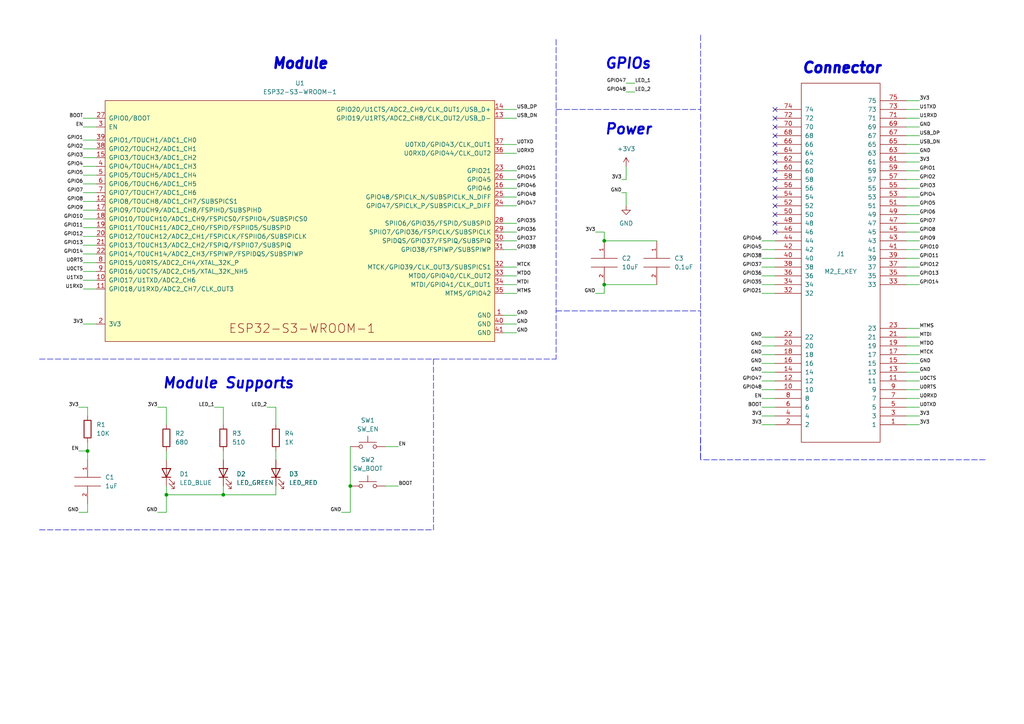
<source format=kicad_sch>
(kicad_sch (version 20211123) (generator eeschema)

  (uuid e63e39d7-6ac0-4ffd-8aa3-1841a4541b55)

  (paper "A4")

  (title_block
    (title "ESP32-S3-WROOM-1[U] M.2(E-Key) Module ")
    (date "2022-08-15")
    (rev "1.0")
    (company "BlendEthanol by BZH Embedded Solutions")
    (comment 1 "This desing is not meant to be used in standard M.2 sockets.")
    (comment 2 "Do NOT install this module in a normal computer!")
    (comment 3 "Please note ESP32-S3-WROOM-1 (None U) module won't fit on 2230 length board")
  )

  (lib_symbols
    (symbol "Device:LED" (pin_numbers hide) (pin_names (offset 1.016) hide) (in_bom yes) (on_board yes)
      (property "Reference" "D" (id 0) (at 0 2.54 0)
        (effects (font (size 1.27 1.27)))
      )
      (property "Value" "LED" (id 1) (at 0 -2.54 0)
        (effects (font (size 1.27 1.27)))
      )
      (property "Footprint" "" (id 2) (at 0 0 0)
        (effects (font (size 1.27 1.27)) hide)
      )
      (property "Datasheet" "~" (id 3) (at 0 0 0)
        (effects (font (size 1.27 1.27)) hide)
      )
      (property "ki_keywords" "LED diode" (id 4) (at 0 0 0)
        (effects (font (size 1.27 1.27)) hide)
      )
      (property "ki_description" "Light emitting diode" (id 5) (at 0 0 0)
        (effects (font (size 1.27 1.27)) hide)
      )
      (property "ki_fp_filters" "LED* LED_SMD:* LED_THT:*" (id 6) (at 0 0 0)
        (effects (font (size 1.27 1.27)) hide)
      )
      (symbol "LED_0_1"
        (polyline
          (pts
            (xy -1.27 -1.27)
            (xy -1.27 1.27)
          )
          (stroke (width 0.254) (type default) (color 0 0 0 0))
          (fill (type none))
        )
        (polyline
          (pts
            (xy -1.27 0)
            (xy 1.27 0)
          )
          (stroke (width 0) (type default) (color 0 0 0 0))
          (fill (type none))
        )
        (polyline
          (pts
            (xy 1.27 -1.27)
            (xy 1.27 1.27)
            (xy -1.27 0)
            (xy 1.27 -1.27)
          )
          (stroke (width 0.254) (type default) (color 0 0 0 0))
          (fill (type none))
        )
        (polyline
          (pts
            (xy -3.048 -0.762)
            (xy -4.572 -2.286)
            (xy -3.81 -2.286)
            (xy -4.572 -2.286)
            (xy -4.572 -1.524)
          )
          (stroke (width 0) (type default) (color 0 0 0 0))
          (fill (type none))
        )
        (polyline
          (pts
            (xy -1.778 -0.762)
            (xy -3.302 -2.286)
            (xy -2.54 -2.286)
            (xy -3.302 -2.286)
            (xy -3.302 -1.524)
          )
          (stroke (width 0) (type default) (color 0 0 0 0))
          (fill (type none))
        )
      )
      (symbol "LED_1_1"
        (pin passive line (at -3.81 0 0) (length 2.54)
          (name "K" (effects (font (size 1.27 1.27))))
          (number "1" (effects (font (size 1.27 1.27))))
        )
        (pin passive line (at 3.81 0 180) (length 2.54)
          (name "A" (effects (font (size 1.27 1.27))))
          (number "2" (effects (font (size 1.27 1.27))))
        )
      )
    )
    (symbol "Device:R" (pin_numbers hide) (pin_names (offset 0)) (in_bom yes) (on_board yes)
      (property "Reference" "R" (id 0) (at 2.032 0 90)
        (effects (font (size 1.27 1.27)))
      )
      (property "Value" "R" (id 1) (at 0 0 90)
        (effects (font (size 1.27 1.27)))
      )
      (property "Footprint" "" (id 2) (at -1.778 0 90)
        (effects (font (size 1.27 1.27)) hide)
      )
      (property "Datasheet" "~" (id 3) (at 0 0 0)
        (effects (font (size 1.27 1.27)) hide)
      )
      (property "ki_keywords" "R res resistor" (id 4) (at 0 0 0)
        (effects (font (size 1.27 1.27)) hide)
      )
      (property "ki_description" "Resistor" (id 5) (at 0 0 0)
        (effects (font (size 1.27 1.27)) hide)
      )
      (property "ki_fp_filters" "R_*" (id 6) (at 0 0 0)
        (effects (font (size 1.27 1.27)) hide)
      )
      (symbol "R_0_1"
        (rectangle (start -1.016 -2.54) (end 1.016 2.54)
          (stroke (width 0.254) (type default) (color 0 0 0 0))
          (fill (type none))
        )
      )
      (symbol "R_1_1"
        (pin passive line (at 0 3.81 270) (length 1.27)
          (name "~" (effects (font (size 1.27 1.27))))
          (number "1" (effects (font (size 1.27 1.27))))
        )
        (pin passive line (at 0 -3.81 90) (length 1.27)
          (name "~" (effects (font (size 1.27 1.27))))
          (number "2" (effects (font (size 1.27 1.27))))
        )
      )
    )
    (symbol "Espressif:ESP32-S3-WROOM-1" (pin_names (offset 1.016)) (in_bom yes) (on_board yes)
      (property "Reference" "U" (id 0) (at 0 35.56 0)
        (effects (font (size 1.27 1.27)))
      )
      (property "Value" "ESP32-S3-WROOM-1" (id 1) (at 0 -36.83 0)
        (effects (font (size 1.27 1.27)))
      )
      (property "Footprint" "Espressif:ESP32-S3-WROOM-1" (id 2) (at 0 -39.37 0)
        (effects (font (size 1.27 1.27)) hide)
      )
      (property "Datasheet" "" (id 3) (at 0 7.62 0)
        (effects (font (size 1.27 1.27)) hide)
      )
      (symbol "ESP32-S3-WROOM-1_0_0"
        (rectangle (start -57.15 34.29) (end 55.88 -35.56)
          (stroke (width 0) (type default) (color 0 0 0 0))
          (fill (type background))
        )
        (text "ESP32-S3-WROOM-1" (at 0 -31.75 0)
          (effects (font (size 2.54 2.54)))
        )
        (pin power_in line (at 58.42 -27.94 180) (length 2.54)
          (name "GND" (effects (font (size 1.27 1.27))))
          (number "1" (effects (font (size 1.27 1.27))))
        )
        (pin bidirectional line (at -59.69 -17.78 0) (length 2.54)
          (name "GPIO17/U1TXD/ADC2_CH6" (effects (font (size 1.27 1.27))))
          (number "10" (effects (font (size 1.27 1.27))))
        )
        (pin bidirectional line (at -59.69 -20.32 0) (length 2.54)
          (name "GPIO18/U1RXD/ADC2_CH7/CLK_OUT3" (effects (font (size 1.27 1.27))))
          (number "11" (effects (font (size 1.27 1.27))))
        )
        (pin bidirectional line (at -59.69 5.08 0) (length 2.54)
          (name "GPIO8/TOUCH8/ADC1_CH7/SUBSPICS1" (effects (font (size 1.27 1.27))))
          (number "12" (effects (font (size 1.27 1.27))))
        )
        (pin bidirectional line (at 58.42 29.21 180) (length 2.54)
          (name "GPIO19/U1RTS/ADC2_CH8/CLK_OUT2/USB_D-" (effects (font (size 1.27 1.27))))
          (number "13" (effects (font (size 1.27 1.27))))
        )
        (pin bidirectional line (at 58.42 31.75 180) (length 2.54)
          (name "GPIO20/U1CTS/ADC2_CH9/CLK_OUT1/USB_D+" (effects (font (size 1.27 1.27))))
          (number "14" (effects (font (size 1.27 1.27))))
        )
        (pin bidirectional line (at -59.69 17.78 0) (length 2.54)
          (name "GPIO3/TOUCH3/ADC1_CH2" (effects (font (size 1.27 1.27))))
          (number "15" (effects (font (size 1.27 1.27))))
        )
        (pin bidirectional line (at 58.42 8.89 180) (length 2.54)
          (name "GPIO46" (effects (font (size 1.27 1.27))))
          (number "16" (effects (font (size 1.27 1.27))))
        )
        (pin bidirectional line (at -59.69 2.54 0) (length 2.54)
          (name "GPIO9/TOUCH9/ADC1_CH8/FSPIHD/SUBSPIHD" (effects (font (size 1.27 1.27))))
          (number "17" (effects (font (size 1.27 1.27))))
        )
        (pin bidirectional line (at -59.69 0 0) (length 2.54)
          (name "GPIO10/TOUCH10/ADC1_CH9/FSPICS0/FSPIIO4/SUBSPICS0" (effects (font (size 1.27 1.27))))
          (number "18" (effects (font (size 1.27 1.27))))
        )
        (pin bidirectional line (at -59.69 -2.54 0) (length 2.54)
          (name "GPIO11/TOUCH11/ADC2_CH0/FSPID/FSPIIO5/SUBSPID" (effects (font (size 1.27 1.27))))
          (number "19" (effects (font (size 1.27 1.27))))
        )
        (pin power_in line (at -59.69 -30.48 0) (length 2.54)
          (name "3V3" (effects (font (size 1.27 1.27))))
          (number "2" (effects (font (size 1.27 1.27))))
        )
        (pin bidirectional line (at -59.69 -5.08 0) (length 2.54)
          (name "GPIO12/TOUCH12/ADC2_CH1/FSPICLK/FSPIIO6/SUBSPICLK" (effects (font (size 1.27 1.27))))
          (number "20" (effects (font (size 1.27 1.27))))
        )
        (pin bidirectional line (at -59.69 -7.62 0) (length 2.54)
          (name "GPIO13/TOUCH13/ADC2_CH2/FSPIQ/FSPIIO7/SUBSPIQ" (effects (font (size 1.27 1.27))))
          (number "21" (effects (font (size 1.27 1.27))))
        )
        (pin bidirectional line (at -59.69 -10.16 0) (length 2.54)
          (name "GPIO14/TOUCH14/ADC2_CH3/FSPIWP/FSPIDQS/SUBSPIWP" (effects (font (size 1.27 1.27))))
          (number "22" (effects (font (size 1.27 1.27))))
        )
        (pin bidirectional line (at 58.42 13.97 180) (length 2.54)
          (name "GPIO21" (effects (font (size 1.27 1.27))))
          (number "23" (effects (font (size 1.27 1.27))))
        )
        (pin bidirectional line (at 58.42 3.81 180) (length 2.54)
          (name "GPIO47/SPICLK_P/SUBSPICLK_P_DIFF" (effects (font (size 1.27 1.27))))
          (number "24" (effects (font (size 1.27 1.27))))
        )
        (pin bidirectional line (at 58.42 6.35 180) (length 2.54)
          (name "GPIO48/SPICLK_N/SUBSPICLK_N_DIFF" (effects (font (size 1.27 1.27))))
          (number "25" (effects (font (size 1.27 1.27))))
        )
        (pin bidirectional line (at 58.42 11.43 180) (length 2.54)
          (name "GPIO45" (effects (font (size 1.27 1.27))))
          (number "26" (effects (font (size 1.27 1.27))))
        )
        (pin bidirectional line (at -59.69 29.21 0) (length 2.54)
          (name "GPIO0/BOOT" (effects (font (size 1.27 1.27))))
          (number "27" (effects (font (size 1.27 1.27))))
        )
        (pin bidirectional line (at 58.42 -1.27 180) (length 2.54)
          (name "SPIIO6/GPIO35/FSPID/SUBSPID" (effects (font (size 1.27 1.27))))
          (number "28" (effects (font (size 1.27 1.27))))
        )
        (pin bidirectional line (at 58.42 -3.81 180) (length 2.54)
          (name "SPIIO7/GPIO36/FSPICLK/SUBSPICLK" (effects (font (size 1.27 1.27))))
          (number "29" (effects (font (size 1.27 1.27))))
        )
        (pin input line (at -59.69 26.67 0) (length 2.54)
          (name "EN" (effects (font (size 1.27 1.27))))
          (number "3" (effects (font (size 1.27 1.27))))
        )
        (pin bidirectional line (at 58.42 -6.35 180) (length 2.54)
          (name "SPIDQS/GPIO37/FSPIQ/SUBSPIQ" (effects (font (size 1.27 1.27))))
          (number "30" (effects (font (size 1.27 1.27))))
        )
        (pin bidirectional line (at 58.42 -8.89 180) (length 2.54)
          (name "GPIO38/FSPIWP/SUBSPIWP" (effects (font (size 1.27 1.27))))
          (number "31" (effects (font (size 1.27 1.27))))
        )
        (pin bidirectional line (at 58.42 -13.97 180) (length 2.54)
          (name "MTCK/GPIO39/CLK_OUT3/SUBSPICS1" (effects (font (size 1.27 1.27))))
          (number "32" (effects (font (size 1.27 1.27))))
        )
        (pin bidirectional line (at 58.42 -16.51 180) (length 2.54)
          (name "MTDO/GPIO40/CLK_OUT2" (effects (font (size 1.27 1.27))))
          (number "33" (effects (font (size 1.27 1.27))))
        )
        (pin bidirectional line (at 58.42 -19.05 180) (length 2.54)
          (name "MTDI/GPIO41/CLK_OUT1" (effects (font (size 1.27 1.27))))
          (number "34" (effects (font (size 1.27 1.27))))
        )
        (pin bidirectional line (at 58.42 -21.59 180) (length 2.54)
          (name "MTMS/GPIO42" (effects (font (size 1.27 1.27))))
          (number "35" (effects (font (size 1.27 1.27))))
        )
        (pin bidirectional line (at 58.42 19.05 180) (length 2.54)
          (name "U0RXD/GPIO44/CLK_OUT2" (effects (font (size 1.27 1.27))))
          (number "36" (effects (font (size 1.27 1.27))))
        )
        (pin bidirectional line (at 58.42 21.59 180) (length 2.54)
          (name "U0TXD/GPIO43/CLK_OUT1" (effects (font (size 1.27 1.27))))
          (number "37" (effects (font (size 1.27 1.27))))
        )
        (pin bidirectional line (at -59.69 20.32 0) (length 2.54)
          (name "GPIO2/TOUCH2/ADC1_CH1" (effects (font (size 1.27 1.27))))
          (number "38" (effects (font (size 1.27 1.27))))
        )
        (pin bidirectional line (at -59.69 22.86 0) (length 2.54)
          (name "GPIO1/TOUCH1/ADC1_CH0" (effects (font (size 1.27 1.27))))
          (number "39" (effects (font (size 1.27 1.27))))
        )
        (pin bidirectional line (at -59.69 15.24 0) (length 2.54)
          (name "GPIO4/TOUCH4/ADC1_CH3" (effects (font (size 1.27 1.27))))
          (number "4" (effects (font (size 1.27 1.27))))
        )
        (pin power_in line (at 58.42 -30.48 180) (length 2.54)
          (name "GND" (effects (font (size 1.27 1.27))))
          (number "40" (effects (font (size 1.27 1.27))))
        )
        (pin power_in line (at 58.42 -33.02 180) (length 2.54)
          (name "GND" (effects (font (size 1.27 1.27))))
          (number "41" (effects (font (size 1.27 1.27))))
        )
        (pin bidirectional line (at -59.69 12.7 0) (length 2.54)
          (name "GPIO5/TOUCH5/ADC1_CH4" (effects (font (size 1.27 1.27))))
          (number "5" (effects (font (size 1.27 1.27))))
        )
        (pin bidirectional line (at -59.69 10.16 0) (length 2.54)
          (name "GPIO6/TOUCH6/ADC1_CH5" (effects (font (size 1.27 1.27))))
          (number "6" (effects (font (size 1.27 1.27))))
        )
        (pin bidirectional line (at -59.69 7.62 0) (length 2.54)
          (name "GPIO7/TOUCH7/ADC1_CH6" (effects (font (size 1.27 1.27))))
          (number "7" (effects (font (size 1.27 1.27))))
        )
        (pin bidirectional line (at -59.69 -12.7 0) (length 2.54)
          (name "GPIO15/U0RTS/ADC2_CH4/XTAL_32K_P" (effects (font (size 1.27 1.27))))
          (number "8" (effects (font (size 1.27 1.27))))
        )
        (pin bidirectional line (at -59.69 -15.24 0) (length 2.54)
          (name "GPIO16/U0CTS/ADC2_CH5/XTAL_32K_NH5" (effects (font (size 1.27 1.27))))
          (number "9" (effects (font (size 1.27 1.27))))
        )
      )
    )
    (symbol "NGFF_M2:M2_E_KEY" (pin_names (offset 1.016)) (in_bom yes) (on_board yes)
      (property "Reference" "J" (id 0) (at 0 2.54 0)
        (effects (font (size 1.27 1.27)))
      )
      (property "Value" "M2_E_KEY" (id 1) (at 0 -2.54 0)
        (effects (font (size 1.27 1.27)))
      )
      (property "Footprint" "" (id 2) (at 0 0 0)
        (effects (font (size 1.27 1.27)) hide)
      )
      (property "Datasheet" "" (id 3) (at 0 0 0)
        (effects (font (size 1.27 1.27)) hide)
      )
      (symbol "M2_E_KEY_1_0"
        (rectangle (start 11.43 52.07) (end -11.43 -52.07)
          (stroke (width 0) (type default) (color 0 0 0 0))
          (fill (type none))
        )
      )
      (symbol "M2_E_KEY_1_1"
        (pin passive line (at 19.05 -46.99 180) (length 7.62)
          (name "1" (effects (font (size 1.27 1.27))))
          (number "1" (effects (font (size 1.27 1.27))))
        )
        (pin passive line (at -19.05 -36.83 0) (length 7.62)
          (name "10" (effects (font (size 1.27 1.27))))
          (number "10" (effects (font (size 1.27 1.27))))
        )
        (pin passive line (at 19.05 -34.29 180) (length 7.62)
          (name "11" (effects (font (size 1.27 1.27))))
          (number "11" (effects (font (size 1.27 1.27))))
        )
        (pin passive line (at -19.05 -34.29 0) (length 7.62)
          (name "12" (effects (font (size 1.27 1.27))))
          (number "12" (effects (font (size 1.27 1.27))))
        )
        (pin passive line (at 19.05 -31.75 180) (length 7.62)
          (name "13" (effects (font (size 1.27 1.27))))
          (number "13" (effects (font (size 1.27 1.27))))
        )
        (pin passive line (at -19.05 -31.75 0) (length 7.62)
          (name "14" (effects (font (size 1.27 1.27))))
          (number "14" (effects (font (size 1.27 1.27))))
        )
        (pin passive line (at 19.05 -29.21 180) (length 7.62)
          (name "15" (effects (font (size 1.27 1.27))))
          (number "15" (effects (font (size 1.27 1.27))))
        )
        (pin passive line (at -19.05 -29.21 0) (length 7.62)
          (name "16" (effects (font (size 1.27 1.27))))
          (number "16" (effects (font (size 1.27 1.27))))
        )
        (pin passive line (at 19.05 -26.67 180) (length 7.62)
          (name "17" (effects (font (size 1.27 1.27))))
          (number "17" (effects (font (size 1.27 1.27))))
        )
        (pin passive line (at -19.05 -26.67 0) (length 7.62)
          (name "18" (effects (font (size 1.27 1.27))))
          (number "18" (effects (font (size 1.27 1.27))))
        )
        (pin passive line (at 19.05 -24.13 180) (length 7.62)
          (name "19" (effects (font (size 1.27 1.27))))
          (number "19" (effects (font (size 1.27 1.27))))
        )
        (pin passive line (at -19.05 -46.99 0) (length 7.62)
          (name "2" (effects (font (size 1.27 1.27))))
          (number "2" (effects (font (size 1.27 1.27))))
        )
        (pin passive line (at -19.05 -24.13 0) (length 7.62)
          (name "20" (effects (font (size 1.27 1.27))))
          (number "20" (effects (font (size 1.27 1.27))))
        )
        (pin passive line (at 19.05 -21.59 180) (length 7.62)
          (name "21" (effects (font (size 1.27 1.27))))
          (number "21" (effects (font (size 1.27 1.27))))
        )
        (pin passive line (at -19.05 -21.59 0) (length 7.62)
          (name "22" (effects (font (size 1.27 1.27))))
          (number "22" (effects (font (size 1.27 1.27))))
        )
        (pin passive line (at 19.05 -19.05 180) (length 7.62)
          (name "23" (effects (font (size 1.27 1.27))))
          (number "23" (effects (font (size 1.27 1.27))))
        )
        (pin passive line (at 19.05 -44.45 180) (length 7.62)
          (name "3" (effects (font (size 1.27 1.27))))
          (number "3" (effects (font (size 1.27 1.27))))
        )
        (pin passive line (at -19.05 -8.89 0) (length 7.62)
          (name "32" (effects (font (size 1.27 1.27))))
          (number "32" (effects (font (size 1.27 1.27))))
        )
        (pin passive line (at 19.05 -6.35 180) (length 7.62)
          (name "33" (effects (font (size 1.27 1.27))))
          (number "33" (effects (font (size 1.27 1.27))))
        )
        (pin passive line (at -19.05 -6.35 0) (length 7.62)
          (name "34" (effects (font (size 1.27 1.27))))
          (number "34" (effects (font (size 1.27 1.27))))
        )
        (pin passive line (at 19.05 -3.81 180) (length 7.62)
          (name "35" (effects (font (size 1.27 1.27))))
          (number "35" (effects (font (size 1.27 1.27))))
        )
        (pin passive line (at -19.05 -3.81 0) (length 7.62)
          (name "36" (effects (font (size 1.27 1.27))))
          (number "36" (effects (font (size 1.27 1.27))))
        )
        (pin passive line (at 19.05 -1.27 180) (length 7.62)
          (name "37" (effects (font (size 1.27 1.27))))
          (number "37" (effects (font (size 1.27 1.27))))
        )
        (pin passive line (at -19.05 -1.27 0) (length 7.62)
          (name "38" (effects (font (size 1.27 1.27))))
          (number "38" (effects (font (size 1.27 1.27))))
        )
        (pin passive line (at 19.05 1.27 180) (length 7.62)
          (name "39" (effects (font (size 1.27 1.27))))
          (number "39" (effects (font (size 1.27 1.27))))
        )
        (pin passive line (at -19.05 -44.45 0) (length 7.62)
          (name "4" (effects (font (size 1.27 1.27))))
          (number "4" (effects (font (size 1.27 1.27))))
        )
        (pin passive line (at -19.05 1.27 0) (length 7.62)
          (name "40" (effects (font (size 1.27 1.27))))
          (number "40" (effects (font (size 1.27 1.27))))
        )
        (pin passive line (at 19.05 3.81 180) (length 7.62)
          (name "41" (effects (font (size 1.27 1.27))))
          (number "41" (effects (font (size 1.27 1.27))))
        )
        (pin passive line (at -19.05 3.81 0) (length 7.62)
          (name "42" (effects (font (size 1.27 1.27))))
          (number "42" (effects (font (size 1.27 1.27))))
        )
        (pin passive line (at 19.05 6.35 180) (length 7.62)
          (name "43" (effects (font (size 1.27 1.27))))
          (number "43" (effects (font (size 1.27 1.27))))
        )
        (pin passive line (at -19.05 6.35 0) (length 7.62)
          (name "44" (effects (font (size 1.27 1.27))))
          (number "44" (effects (font (size 1.27 1.27))))
        )
        (pin passive line (at 19.05 8.89 180) (length 7.62)
          (name "45" (effects (font (size 1.27 1.27))))
          (number "45" (effects (font (size 1.27 1.27))))
        )
        (pin passive line (at -19.05 8.89 0) (length 7.62)
          (name "46" (effects (font (size 1.27 1.27))))
          (number "46" (effects (font (size 1.27 1.27))))
        )
        (pin passive line (at 19.05 11.43 180) (length 7.62)
          (name "47" (effects (font (size 1.27 1.27))))
          (number "47" (effects (font (size 1.27 1.27))))
        )
        (pin passive line (at -19.05 11.43 0) (length 7.62)
          (name "48" (effects (font (size 1.27 1.27))))
          (number "48" (effects (font (size 1.27 1.27))))
        )
        (pin passive line (at 19.05 13.97 180) (length 7.62)
          (name "49" (effects (font (size 1.27 1.27))))
          (number "49" (effects (font (size 1.27 1.27))))
        )
        (pin passive line (at 19.05 -41.91 180) (length 7.62)
          (name "5" (effects (font (size 1.27 1.27))))
          (number "5" (effects (font (size 1.27 1.27))))
        )
        (pin passive line (at -19.05 13.97 0) (length 7.62)
          (name "50" (effects (font (size 1.27 1.27))))
          (number "50" (effects (font (size 1.27 1.27))))
        )
        (pin passive line (at 19.05 16.51 180) (length 7.62)
          (name "51" (effects (font (size 1.27 1.27))))
          (number "51" (effects (font (size 1.27 1.27))))
        )
        (pin passive line (at -19.05 16.51 0) (length 7.62)
          (name "52" (effects (font (size 1.27 1.27))))
          (number "52" (effects (font (size 1.27 1.27))))
        )
        (pin passive line (at 19.05 19.05 180) (length 7.62)
          (name "53" (effects (font (size 1.27 1.27))))
          (number "53" (effects (font (size 1.27 1.27))))
        )
        (pin passive line (at -19.05 19.05 0) (length 7.62)
          (name "54" (effects (font (size 1.27 1.27))))
          (number "54" (effects (font (size 1.27 1.27))))
        )
        (pin passive line (at 19.05 21.59 180) (length 7.62)
          (name "55" (effects (font (size 1.27 1.27))))
          (number "55" (effects (font (size 1.27 1.27))))
        )
        (pin passive line (at -19.05 21.59 0) (length 7.62)
          (name "56" (effects (font (size 1.27 1.27))))
          (number "56" (effects (font (size 1.27 1.27))))
        )
        (pin passive line (at 19.05 24.13 180) (length 7.62)
          (name "57" (effects (font (size 1.27 1.27))))
          (number "57" (effects (font (size 1.27 1.27))))
        )
        (pin passive line (at -19.05 24.13 0) (length 7.62)
          (name "58" (effects (font (size 1.27 1.27))))
          (number "58" (effects (font (size 1.27 1.27))))
        )
        (pin passive line (at 19.05 26.67 180) (length 7.62)
          (name "59" (effects (font (size 1.27 1.27))))
          (number "59" (effects (font (size 1.27 1.27))))
        )
        (pin passive line (at -19.05 -41.91 0) (length 7.62)
          (name "6" (effects (font (size 1.27 1.27))))
          (number "6" (effects (font (size 1.27 1.27))))
        )
        (pin passive line (at -19.05 26.67 0) (length 7.62)
          (name "60" (effects (font (size 1.27 1.27))))
          (number "60" (effects (font (size 1.27 1.27))))
        )
        (pin passive line (at 19.05 29.21 180) (length 7.62)
          (name "61" (effects (font (size 1.27 1.27))))
          (number "61" (effects (font (size 1.27 1.27))))
        )
        (pin passive line (at -19.05 29.21 0) (length 7.62)
          (name "62" (effects (font (size 1.27 1.27))))
          (number "62" (effects (font (size 1.27 1.27))))
        )
        (pin passive line (at 19.05 31.75 180) (length 7.62)
          (name "63" (effects (font (size 1.27 1.27))))
          (number "63" (effects (font (size 1.27 1.27))))
        )
        (pin passive line (at -19.05 31.75 0) (length 7.62)
          (name "64" (effects (font (size 1.27 1.27))))
          (number "64" (effects (font (size 1.27 1.27))))
        )
        (pin passive line (at 19.05 34.29 180) (length 7.62)
          (name "65" (effects (font (size 1.27 1.27))))
          (number "65" (effects (font (size 1.27 1.27))))
        )
        (pin passive line (at -19.05 34.29 0) (length 7.62)
          (name "66" (effects (font (size 1.27 1.27))))
          (number "66" (effects (font (size 1.27 1.27))))
        )
        (pin passive line (at 19.05 36.83 180) (length 7.62)
          (name "67" (effects (font (size 1.27 1.27))))
          (number "67" (effects (font (size 1.27 1.27))))
        )
        (pin passive line (at -19.05 36.83 0) (length 7.62)
          (name "68" (effects (font (size 1.27 1.27))))
          (number "68" (effects (font (size 1.27 1.27))))
        )
        (pin passive line (at 19.05 39.37 180) (length 7.62)
          (name "69" (effects (font (size 1.27 1.27))))
          (number "69" (effects (font (size 1.27 1.27))))
        )
        (pin passive line (at 19.05 -39.37 180) (length 7.62)
          (name "7" (effects (font (size 1.27 1.27))))
          (number "7" (effects (font (size 1.27 1.27))))
        )
        (pin passive line (at -19.05 39.37 0) (length 7.62)
          (name "70" (effects (font (size 1.27 1.27))))
          (number "70" (effects (font (size 1.27 1.27))))
        )
        (pin passive line (at 19.05 41.91 180) (length 7.62)
          (name "71" (effects (font (size 1.27 1.27))))
          (number "71" (effects (font (size 1.27 1.27))))
        )
        (pin passive line (at -19.05 41.91 0) (length 7.62)
          (name "72" (effects (font (size 1.27 1.27))))
          (number "72" (effects (font (size 1.27 1.27))))
        )
        (pin passive line (at 19.05 44.45 180) (length 7.62)
          (name "73" (effects (font (size 1.27 1.27))))
          (number "73" (effects (font (size 1.27 1.27))))
        )
        (pin passive line (at -19.05 44.45 0) (length 7.62)
          (name "74" (effects (font (size 1.27 1.27))))
          (number "74" (effects (font (size 1.27 1.27))))
        )
        (pin passive line (at 19.05 46.99 180) (length 7.62)
          (name "75" (effects (font (size 1.27 1.27))))
          (number "75" (effects (font (size 1.27 1.27))))
        )
        (pin passive line (at -19.05 -39.37 0) (length 7.62)
          (name "8" (effects (font (size 1.27 1.27))))
          (number "8" (effects (font (size 1.27 1.27))))
        )
        (pin passive line (at 19.05 -36.83 180) (length 7.62)
          (name "9" (effects (font (size 1.27 1.27))))
          (number "9" (effects (font (size 1.27 1.27))))
        )
      )
    )
    (symbol "Switch:SW_Push" (pin_numbers hide) (pin_names (offset 1.016) hide) (in_bom yes) (on_board yes)
      (property "Reference" "SW" (id 0) (at 1.27 2.54 0)
        (effects (font (size 1.27 1.27)) (justify left))
      )
      (property "Value" "SW_Push" (id 1) (at 0 -1.524 0)
        (effects (font (size 1.27 1.27)))
      )
      (property "Footprint" "" (id 2) (at 0 5.08 0)
        (effects (font (size 1.27 1.27)) hide)
      )
      (property "Datasheet" "~" (id 3) (at 0 5.08 0)
        (effects (font (size 1.27 1.27)) hide)
      )
      (property "ki_keywords" "switch normally-open pushbutton push-button" (id 4) (at 0 0 0)
        (effects (font (size 1.27 1.27)) hide)
      )
      (property "ki_description" "Push button switch, generic, two pins" (id 5) (at 0 0 0)
        (effects (font (size 1.27 1.27)) hide)
      )
      (symbol "SW_Push_0_1"
        (circle (center -2.032 0) (radius 0.508)
          (stroke (width 0) (type default) (color 0 0 0 0))
          (fill (type none))
        )
        (polyline
          (pts
            (xy 0 1.27)
            (xy 0 3.048)
          )
          (stroke (width 0) (type default) (color 0 0 0 0))
          (fill (type none))
        )
        (polyline
          (pts
            (xy 2.54 1.27)
            (xy -2.54 1.27)
          )
          (stroke (width 0) (type default) (color 0 0 0 0))
          (fill (type none))
        )
        (circle (center 2.032 0) (radius 0.508)
          (stroke (width 0) (type default) (color 0 0 0 0))
          (fill (type none))
        )
        (pin passive line (at -5.08 0 0) (length 2.54)
          (name "1" (effects (font (size 1.27 1.27))))
          (number "1" (effects (font (size 1.27 1.27))))
        )
        (pin passive line (at 5.08 0 180) (length 2.54)
          (name "2" (effects (font (size 1.27 1.27))))
          (number "2" (effects (font (size 1.27 1.27))))
        )
      )
    )
    (symbol "power:+3V3" (power) (pin_names (offset 0)) (in_bom yes) (on_board yes)
      (property "Reference" "#PWR" (id 0) (at 0 -3.81 0)
        (effects (font (size 1.27 1.27)) hide)
      )
      (property "Value" "+3V3" (id 1) (at 0 3.556 0)
        (effects (font (size 1.27 1.27)))
      )
      (property "Footprint" "" (id 2) (at 0 0 0)
        (effects (font (size 1.27 1.27)) hide)
      )
      (property "Datasheet" "" (id 3) (at 0 0 0)
        (effects (font (size 1.27 1.27)) hide)
      )
      (property "ki_keywords" "power-flag" (id 4) (at 0 0 0)
        (effects (font (size 1.27 1.27)) hide)
      )
      (property "ki_description" "Power symbol creates a global label with name \"+3V3\"" (id 5) (at 0 0 0)
        (effects (font (size 1.27 1.27)) hide)
      )
      (symbol "+3V3_0_1"
        (polyline
          (pts
            (xy -0.762 1.27)
            (xy 0 2.54)
          )
          (stroke (width 0) (type default) (color 0 0 0 0))
          (fill (type none))
        )
        (polyline
          (pts
            (xy 0 0)
            (xy 0 2.54)
          )
          (stroke (width 0) (type default) (color 0 0 0 0))
          (fill (type none))
        )
        (polyline
          (pts
            (xy 0 2.54)
            (xy 0.762 1.27)
          )
          (stroke (width 0) (type default) (color 0 0 0 0))
          (fill (type none))
        )
      )
      (symbol "+3V3_1_1"
        (pin power_in line (at 0 0 90) (length 0) hide
          (name "+3V3" (effects (font (size 1.27 1.27))))
          (number "1" (effects (font (size 1.27 1.27))))
        )
      )
    )
    (symbol "power:GND" (power) (pin_names (offset 0)) (in_bom yes) (on_board yes)
      (property "Reference" "#PWR" (id 0) (at 0 -6.35 0)
        (effects (font (size 1.27 1.27)) hide)
      )
      (property "Value" "GND" (id 1) (at 0 -3.81 0)
        (effects (font (size 1.27 1.27)))
      )
      (property "Footprint" "" (id 2) (at 0 0 0)
        (effects (font (size 1.27 1.27)) hide)
      )
      (property "Datasheet" "" (id 3) (at 0 0 0)
        (effects (font (size 1.27 1.27)) hide)
      )
      (property "ki_keywords" "power-flag" (id 4) (at 0 0 0)
        (effects (font (size 1.27 1.27)) hide)
      )
      (property "ki_description" "Power symbol creates a global label with name \"GND\" , ground" (id 5) (at 0 0 0)
        (effects (font (size 1.27 1.27)) hide)
      )
      (symbol "GND_0_1"
        (polyline
          (pts
            (xy 0 0)
            (xy 0 -1.27)
            (xy 1.27 -1.27)
            (xy 0 -2.54)
            (xy -1.27 -1.27)
            (xy 0 -1.27)
          )
          (stroke (width 0) (type default) (color 0 0 0 0))
          (fill (type none))
        )
      )
      (symbol "GND_1_1"
        (pin power_in line (at 0 0 270) (length 0) hide
          (name "GND" (effects (font (size 1.27 1.27))))
          (number "1" (effects (font (size 1.27 1.27))))
        )
      )
    )
    (symbol "pspice:C" (pin_names (offset 0.254)) (in_bom yes) (on_board yes)
      (property "Reference" "C" (id 0) (at 2.54 3.81 90)
        (effects (font (size 1.27 1.27)))
      )
      (property "Value" "C" (id 1) (at 2.54 -3.81 90)
        (effects (font (size 1.27 1.27)))
      )
      (property "Footprint" "" (id 2) (at 0 0 0)
        (effects (font (size 1.27 1.27)) hide)
      )
      (property "Datasheet" "~" (id 3) (at 0 0 0)
        (effects (font (size 1.27 1.27)) hide)
      )
      (property "ki_keywords" "simulation" (id 4) (at 0 0 0)
        (effects (font (size 1.27 1.27)) hide)
      )
      (property "ki_description" "Capacitor symbol for simulation only" (id 5) (at 0 0 0)
        (effects (font (size 1.27 1.27)) hide)
      )
      (symbol "C_0_1"
        (polyline
          (pts
            (xy -3.81 -1.27)
            (xy 3.81 -1.27)
          )
          (stroke (width 0) (type default) (color 0 0 0 0))
          (fill (type none))
        )
        (polyline
          (pts
            (xy -3.81 1.27)
            (xy 3.81 1.27)
          )
          (stroke (width 0) (type default) (color 0 0 0 0))
          (fill (type none))
        )
      )
      (symbol "C_1_1"
        (pin passive line (at 0 6.35 270) (length 5.08)
          (name "~" (effects (font (size 1.016 1.016))))
          (number "1" (effects (font (size 1.016 1.016))))
        )
        (pin passive line (at 0 -6.35 90) (length 5.08)
          (name "~" (effects (font (size 1.016 1.016))))
          (number "2" (effects (font (size 1.016 1.016))))
        )
      )
    )
  )

  (junction (at 175.26 69.85) (diameter 0) (color 0 0 0 0)
    (uuid 0c8ea0c7-d6f7-4e8d-baa8-805ed7296fb6)
  )
  (junction (at 48.26 143.51) (diameter 0) (color 0 0 0 0)
    (uuid 2c01e5d2-6c1f-4c50-bad7-da9442da70cf)
  )
  (junction (at 101.6 140.97) (diameter 0) (color 0 0 0 0)
    (uuid 3ccb5b16-9afc-4341-a99d-64c343df1dbc)
  )
  (junction (at 175.26 82.55) (diameter 0) (color 0 0 0 0)
    (uuid 40649a54-aca4-4635-bbd6-0af78a8149b5)
  )
  (junction (at 64.77 143.51) (diameter 0) (color 0 0 0 0)
    (uuid 4e2cd22f-7c9d-4888-be2e-7e33b211ae48)
  )
  (junction (at 25.4 130.81) (diameter 0) (color 0 0 0 0)
    (uuid c8c40075-20df-4c8f-bd6b-79caf37b1412)
  )

  (no_connect (at 224.79 52.07) (uuid e010e7b7-786d-41b7-8bcb-7f7d611ce4da))
  (no_connect (at 224.79 54.61) (uuid e010e7b7-786d-41b7-8bcb-7f7d611ce4db))
  (no_connect (at 224.79 57.15) (uuid e010e7b7-786d-41b7-8bcb-7f7d611ce4dc))
  (no_connect (at 224.79 59.69) (uuid e010e7b7-786d-41b7-8bcb-7f7d611ce4dd))
  (no_connect (at 224.79 62.23) (uuid e010e7b7-786d-41b7-8bcb-7f7d611ce4de))
  (no_connect (at 224.79 67.31) (uuid e010e7b7-786d-41b7-8bcb-7f7d611ce4df))
  (no_connect (at 224.79 64.77) (uuid e010e7b7-786d-41b7-8bcb-7f7d611ce4e0))
  (no_connect (at 224.79 31.75) (uuid e010e7b7-786d-41b7-8bcb-7f7d611ce4e1))
  (no_connect (at 224.79 49.53) (uuid e010e7b7-786d-41b7-8bcb-7f7d611ce4e2))
  (no_connect (at 224.79 46.99) (uuid e010e7b7-786d-41b7-8bcb-7f7d611ce4e3))
  (no_connect (at 224.79 44.45) (uuid e010e7b7-786d-41b7-8bcb-7f7d611ce4e4))
  (no_connect (at 224.79 41.91) (uuid e010e7b7-786d-41b7-8bcb-7f7d611ce4e5))
  (no_connect (at 224.79 39.37) (uuid e010e7b7-786d-41b7-8bcb-7f7d611ce4e6))
  (no_connect (at 224.79 36.83) (uuid e010e7b7-786d-41b7-8bcb-7f7d611ce4e7))
  (no_connect (at 224.79 34.29) (uuid e010e7b7-786d-41b7-8bcb-7f7d611ce4e8))

  (wire (pts (xy 24.13 81.28) (xy 27.94 81.28))
    (stroke (width 0) (type default) (color 0 0 0 0))
    (uuid 01cc2c2f-f9ca-4079-b0b1-3a4f1e68c560)
  )
  (wire (pts (xy 266.7 34.29) (xy 262.89 34.29))
    (stroke (width 0) (type default) (color 0 0 0 0))
    (uuid 01feeb10-51bb-439b-a673-a50e12c4098c)
  )
  (wire (pts (xy 24.13 73.66) (xy 27.94 73.66))
    (stroke (width 0) (type default) (color 0 0 0 0))
    (uuid 055772a4-ed41-4eeb-a75b-b108d363fc60)
  )
  (wire (pts (xy 146.05 54.61) (xy 149.86 54.61))
    (stroke (width 0) (type default) (color 0 0 0 0))
    (uuid 06f02090-1378-40a9-b0a9-639955c1a999)
  )
  (wire (pts (xy 224.79 115.57) (xy 220.98 115.57))
    (stroke (width 0) (type default) (color 0 0 0 0))
    (uuid 089276fb-672b-4e82-b386-c95d6509b6b0)
  )
  (wire (pts (xy 266.7 100.33) (xy 262.89 100.33))
    (stroke (width 0) (type default) (color 0 0 0 0))
    (uuid 09b263c9-a786-4504-a497-1f7d05ba8c51)
  )
  (wire (pts (xy 224.79 110.49) (xy 220.98 110.49))
    (stroke (width 0) (type default) (color 0 0 0 0))
    (uuid 09d3cb1d-7900-4e49-9472-3bce849c73ef)
  )
  (wire (pts (xy 146.05 31.75) (xy 149.86 31.75))
    (stroke (width 0) (type default) (color 0 0 0 0))
    (uuid 0ae1cc82-de37-4f6a-ae44-0053b197a9c8)
  )
  (wire (pts (xy 266.7 82.55) (xy 262.89 82.55))
    (stroke (width 0) (type default) (color 0 0 0 0))
    (uuid 0cb552d7-1824-40f2-9473-fb220355531e)
  )
  (wire (pts (xy 146.05 82.55) (xy 149.86 82.55))
    (stroke (width 0) (type default) (color 0 0 0 0))
    (uuid 0ce7f3db-bca6-49ff-a7cf-7c610d61b749)
  )
  (wire (pts (xy 224.79 100.33) (xy 220.98 100.33))
    (stroke (width 0) (type default) (color 0 0 0 0))
    (uuid 128c6ddb-040b-4e26-bd16-68a2091188ae)
  )
  (wire (pts (xy 266.7 77.47) (xy 262.89 77.47))
    (stroke (width 0) (type default) (color 0 0 0 0))
    (uuid 13a5753c-ac6c-4ad8-adb3-dc098f5654f0)
  )
  (wire (pts (xy 24.13 83.82) (xy 27.94 83.82))
    (stroke (width 0) (type default) (color 0 0 0 0))
    (uuid 13ace4af-291c-47f8-a901-67b6f0e26ffc)
  )
  (wire (pts (xy 48.26 143.51) (xy 48.26 148.59))
    (stroke (width 0) (type default) (color 0 0 0 0))
    (uuid 1752f21d-6665-4d0a-a03b-421c9787e8a0)
  )
  (wire (pts (xy 80.01 130.81) (xy 80.01 133.35))
    (stroke (width 0) (type default) (color 0 0 0 0))
    (uuid 18b65bc0-e302-4969-af56-7944caf8ac59)
  )
  (wire (pts (xy 220.98 82.55) (xy 224.79 82.55))
    (stroke (width 0) (type default) (color 0 0 0 0))
    (uuid 1a29cd37-a98d-48c2-83c8-605333a36226)
  )
  (wire (pts (xy 101.6 148.59) (xy 101.6 140.97))
    (stroke (width 0) (type default) (color 0 0 0 0))
    (uuid 1eb8af16-c923-4851-83c4-b240b44bbbc9)
  )
  (wire (pts (xy 266.7 95.25) (xy 262.89 95.25))
    (stroke (width 0) (type default) (color 0 0 0 0))
    (uuid 1ebb2729-8225-4640-b1d7-26b331995c52)
  )
  (wire (pts (xy 25.4 128.27) (xy 25.4 130.81))
    (stroke (width 0) (type default) (color 0 0 0 0))
    (uuid 2221de8b-e023-414f-80e7-226e8c2c3a32)
  )
  (wire (pts (xy 266.7 102.87) (xy 262.89 102.87))
    (stroke (width 0) (type default) (color 0 0 0 0))
    (uuid 2480f229-b138-4d03-a580-2a1401cbc473)
  )
  (wire (pts (xy 45.72 148.59) (xy 48.26 148.59))
    (stroke (width 0) (type default) (color 0 0 0 0))
    (uuid 252e4e76-4d70-4b12-8871-b90dd7c0d2b8)
  )
  (wire (pts (xy 262.89 110.49) (xy 266.7 110.49))
    (stroke (width 0) (type default) (color 0 0 0 0))
    (uuid 25587455-16a1-42d2-9766-2774ed506e08)
  )
  (wire (pts (xy 64.77 140.97) (xy 64.77 143.51))
    (stroke (width 0) (type default) (color 0 0 0 0))
    (uuid 263fc31c-c6f3-451f-8b81-d17c9b6f8d14)
  )
  (wire (pts (xy 24.13 63.5) (xy 27.94 63.5))
    (stroke (width 0) (type default) (color 0 0 0 0))
    (uuid 290e4f34-385c-4868-bd01-fd8c0570f64b)
  )
  (wire (pts (xy 24.13 76.2) (xy 27.94 76.2))
    (stroke (width 0) (type default) (color 0 0 0 0))
    (uuid 29713822-edf8-4d5d-9eb6-605257603465)
  )
  (wire (pts (xy 24.13 68.58) (xy 27.94 68.58))
    (stroke (width 0) (type default) (color 0 0 0 0))
    (uuid 2c2d883a-10fb-42bd-a9b3-ad7766478fec)
  )
  (wire (pts (xy 146.05 91.44) (xy 149.86 91.44))
    (stroke (width 0) (type default) (color 0 0 0 0))
    (uuid 2c9536b2-5494-401a-8d57-f9ef6345cb2f)
  )
  (wire (pts (xy 175.26 85.09) (xy 175.26 82.55))
    (stroke (width 0) (type default) (color 0 0 0 0))
    (uuid 2d130317-597b-4de2-82b3-95ca34013dd5)
  )
  (wire (pts (xy 266.7 64.77) (xy 262.89 64.77))
    (stroke (width 0) (type default) (color 0 0 0 0))
    (uuid 2f76a620-c62b-4ac8-91a2-303f2f68737b)
  )
  (wire (pts (xy 262.89 44.45) (xy 266.7 44.45))
    (stroke (width 0) (type default) (color 0 0 0 0))
    (uuid 31405249-db0d-4b0b-8c0c-a8d90da35429)
  )
  (wire (pts (xy 266.7 80.01) (xy 262.89 80.01))
    (stroke (width 0) (type default) (color 0 0 0 0))
    (uuid 3233e06b-0b97-4ffa-8759-662f3619d58b)
  )
  (wire (pts (xy 262.89 107.95) (xy 266.7 107.95))
    (stroke (width 0) (type default) (color 0 0 0 0))
    (uuid 33b366b6-5b3d-4717-b452-3e2dd54f471a)
  )
  (wire (pts (xy 262.89 115.57) (xy 266.7 115.57))
    (stroke (width 0) (type default) (color 0 0 0 0))
    (uuid 390856fc-dc62-4599-8539-56d0bb9fbb81)
  )
  (wire (pts (xy 220.98 80.01) (xy 224.79 80.01))
    (stroke (width 0) (type default) (color 0 0 0 0))
    (uuid 3acda2e9-097f-4e71-a85c-6c6c5db60b29)
  )
  (wire (pts (xy 224.79 72.39) (xy 220.98 72.39))
    (stroke (width 0) (type default) (color 0 0 0 0))
    (uuid 406c8c48-8dd7-4429-8163-20afa813e807)
  )
  (wire (pts (xy 25.4 118.11) (xy 25.4 120.65))
    (stroke (width 0) (type default) (color 0 0 0 0))
    (uuid 4239b68f-8872-4454-b022-771437973a7b)
  )
  (wire (pts (xy 64.77 118.11) (xy 64.77 123.19))
    (stroke (width 0) (type default) (color 0 0 0 0))
    (uuid 46225b9d-f662-4f61-913a-3bbbb3861e68)
  )
  (polyline (pts (xy 161.29 31.75) (xy 203.2 31.75))
    (stroke (width 0) (type default) (color 0 0 0 0))
    (uuid 4a57c3c8-f8c0-427e-a376-3d112139efe2)
  )

  (wire (pts (xy 48.26 130.81) (xy 48.26 133.35))
    (stroke (width 0) (type default) (color 0 0 0 0))
    (uuid 4e7c73b0-47e6-40eb-a183-afebe794bcf3)
  )
  (wire (pts (xy 146.05 52.07) (xy 149.86 52.07))
    (stroke (width 0) (type default) (color 0 0 0 0))
    (uuid 52d844a3-738c-47e6-a9a8-31240124de59)
  )
  (wire (pts (xy 266.7 39.37) (xy 262.89 39.37))
    (stroke (width 0) (type default) (color 0 0 0 0))
    (uuid 5423ac7b-11aa-4ddb-b6ca-39685208bc57)
  )
  (wire (pts (xy 24.13 58.42) (xy 27.94 58.42))
    (stroke (width 0) (type default) (color 0 0 0 0))
    (uuid 56ef4520-fe0e-4edd-a879-908ccf8f2526)
  )
  (wire (pts (xy 24.13 40.64) (xy 27.94 40.64))
    (stroke (width 0) (type default) (color 0 0 0 0))
    (uuid 571018f1-5276-49ac-9cb1-09500d98ee2a)
  )
  (wire (pts (xy 224.79 97.79) (xy 220.98 97.79))
    (stroke (width 0) (type default) (color 0 0 0 0))
    (uuid 5c5c0140-72d6-46b7-91ae-58dc1ce9fb32)
  )
  (wire (pts (xy 24.13 66.04) (xy 27.94 66.04))
    (stroke (width 0) (type default) (color 0 0 0 0))
    (uuid 5e3d286e-5838-4f3f-bec1-1b7ecb840f07)
  )
  (wire (pts (xy 24.13 78.74) (xy 27.94 78.74))
    (stroke (width 0) (type default) (color 0 0 0 0))
    (uuid 60906044-91fc-4691-af91-e898a0bfbdf2)
  )
  (wire (pts (xy 220.98 74.93) (xy 224.79 74.93))
    (stroke (width 0) (type default) (color 0 0 0 0))
    (uuid 60ebc1fe-0f18-4db4-8abe-5578bd835397)
  )
  (wire (pts (xy 181.61 55.88) (xy 181.61 59.69))
    (stroke (width 0) (type default) (color 0 0 0 0))
    (uuid 6131e4a0-6a0c-4c7a-8719-7b046b9c6b16)
  )
  (wire (pts (xy 25.4 146.05) (xy 25.4 148.59))
    (stroke (width 0) (type default) (color 0 0 0 0))
    (uuid 61759550-fd09-4465-93d4-80939ce6d6df)
  )
  (wire (pts (xy 146.05 85.09) (xy 149.86 85.09))
    (stroke (width 0) (type default) (color 0 0 0 0))
    (uuid 61cb2182-e275-45f1-a732-d9fa1a832dd0)
  )
  (wire (pts (xy 64.77 130.81) (xy 64.77 133.35))
    (stroke (width 0) (type default) (color 0 0 0 0))
    (uuid 61e7342b-4034-4a90-94f6-d918a2a4dbf2)
  )
  (wire (pts (xy 146.05 57.15) (xy 149.86 57.15))
    (stroke (width 0) (type default) (color 0 0 0 0))
    (uuid 62538a1f-62fe-4117-b230-9c2808fb586a)
  )
  (wire (pts (xy 80.01 140.97) (xy 80.01 143.51))
    (stroke (width 0) (type default) (color 0 0 0 0))
    (uuid 62c21bd1-b2c6-470c-b571-eb010f3aae92)
  )
  (wire (pts (xy 25.4 148.59) (xy 22.86 148.59))
    (stroke (width 0) (type default) (color 0 0 0 0))
    (uuid 637bb77c-18d5-4b5d-a698-061758e679c8)
  )
  (wire (pts (xy 146.05 59.69) (xy 149.86 59.69))
    (stroke (width 0) (type default) (color 0 0 0 0))
    (uuid 6544b709-eba3-4aef-8a15-3e88a5fc6a1f)
  )
  (wire (pts (xy 146.05 41.91) (xy 149.86 41.91))
    (stroke (width 0) (type default) (color 0 0 0 0))
    (uuid 6730a0cc-06ec-4d23-8eea-36ee95b48abc)
  )
  (polyline (pts (xy 125.73 104.14) (xy 125.73 153.67))
    (stroke (width 0) (type default) (color 0 0 0 0))
    (uuid 69242254-3852-42cf-96bc-06698d106a5b)
  )

  (wire (pts (xy 64.77 143.51) (xy 80.01 143.51))
    (stroke (width 0) (type default) (color 0 0 0 0))
    (uuid 6bc606a5-84a0-492f-b2ea-ab9a5d83b283)
  )
  (wire (pts (xy 181.61 52.07) (xy 180.34 52.07))
    (stroke (width 0) (type default) (color 0 0 0 0))
    (uuid 6da68da3-e926-4204-b7ef-3d72abd89736)
  )
  (wire (pts (xy 48.26 118.11) (xy 45.72 118.11))
    (stroke (width 0) (type default) (color 0 0 0 0))
    (uuid 72c2426a-c8b2-49be-a0b2-581a8ba2bf79)
  )
  (wire (pts (xy 266.7 41.91) (xy 262.89 41.91))
    (stroke (width 0) (type default) (color 0 0 0 0))
    (uuid 72eb2c01-bbbe-4b01-a26d-c4dbcc4438b2)
  )
  (wire (pts (xy 146.05 77.47) (xy 149.86 77.47))
    (stroke (width 0) (type default) (color 0 0 0 0))
    (uuid 75fd0c63-1c80-4850-8722-c9ab8c4847f4)
  )
  (wire (pts (xy 111.76 140.97) (xy 115.57 140.97))
    (stroke (width 0) (type default) (color 0 0 0 0))
    (uuid 7611a94f-f520-4a54-8b39-d4c4fbf4626f)
  )
  (polyline (pts (xy 11.43 153.67) (xy 125.73 153.67))
    (stroke (width 0) (type default) (color 0 0 0 0))
    (uuid 7b29a849-e6fd-4b49-bd12-121cb1d524f8)
  )

  (wire (pts (xy 266.7 59.69) (xy 262.89 59.69))
    (stroke (width 0) (type default) (color 0 0 0 0))
    (uuid 7c91b7ea-9520-4d00-900b-12e5c4688885)
  )
  (wire (pts (xy 48.26 143.51) (xy 64.77 143.51))
    (stroke (width 0) (type default) (color 0 0 0 0))
    (uuid 7c922588-adf8-4880-a7f0-97e396714949)
  )
  (wire (pts (xy 24.13 34.29) (xy 27.94 34.29))
    (stroke (width 0) (type default) (color 0 0 0 0))
    (uuid 7d375031-6a56-4582-a223-018ee79ccc4d)
  )
  (wire (pts (xy 224.79 118.11) (xy 220.98 118.11))
    (stroke (width 0) (type default) (color 0 0 0 0))
    (uuid 7f922836-12b6-4d04-883f-a207139838a0)
  )
  (wire (pts (xy 146.05 44.45) (xy 149.86 44.45))
    (stroke (width 0) (type default) (color 0 0 0 0))
    (uuid 82c3e567-da61-4d45-ba14-de2069bc82c3)
  )
  (wire (pts (xy 24.13 53.34) (xy 27.94 53.34))
    (stroke (width 0) (type default) (color 0 0 0 0))
    (uuid 83f7b0bf-85bf-43d4-91b1-11ddade60414)
  )
  (wire (pts (xy 111.76 129.54) (xy 115.57 129.54))
    (stroke (width 0) (type default) (color 0 0 0 0))
    (uuid 84a2186d-55ff-48fa-8d24-b270379dd107)
  )
  (wire (pts (xy 266.7 49.53) (xy 262.89 49.53))
    (stroke (width 0) (type default) (color 0 0 0 0))
    (uuid 85f174f2-b335-4a32-903c-88b92b3b36c5)
  )
  (wire (pts (xy 224.79 107.95) (xy 220.98 107.95))
    (stroke (width 0) (type default) (color 0 0 0 0))
    (uuid 8709250c-21bd-43aa-b874-e89b00657814)
  )
  (wire (pts (xy 262.89 105.41) (xy 266.7 105.41))
    (stroke (width 0) (type default) (color 0 0 0 0))
    (uuid 892b27b1-13aa-49d5-a39c-bcc9bfa7f3f3)
  )
  (wire (pts (xy 24.13 36.83) (xy 27.94 36.83))
    (stroke (width 0) (type default) (color 0 0 0 0))
    (uuid 8b23c2cc-aa87-41e8-9123-5a50663538fa)
  )
  (wire (pts (xy 266.7 74.93) (xy 262.89 74.93))
    (stroke (width 0) (type default) (color 0 0 0 0))
    (uuid 8bf56375-63f5-4e87-bef6-2582eca8ffb3)
  )
  (wire (pts (xy 146.05 72.39) (xy 149.86 72.39))
    (stroke (width 0) (type default) (color 0 0 0 0))
    (uuid 8cc4dce8-0444-48d8-bd3f-47ec056ef523)
  )
  (polyline (pts (xy 161.29 90.17) (xy 203.2 90.17))
    (stroke (width 0) (type default) (color 0 0 0 0))
    (uuid 8d37ee17-7a2c-49d4-8b90-da4fd1fa60e4)
  )

  (wire (pts (xy 175.26 69.85) (xy 190.5 69.85))
    (stroke (width 0) (type default) (color 0 0 0 0))
    (uuid 8ded4713-201e-488b-ab4a-c6e3dd03c2ef)
  )
  (wire (pts (xy 224.79 102.87) (xy 220.98 102.87))
    (stroke (width 0) (type default) (color 0 0 0 0))
    (uuid 8eca0c29-8cc4-494a-b8ae-2c41c7ecec74)
  )
  (wire (pts (xy 80.01 118.11) (xy 77.47 118.11))
    (stroke (width 0) (type default) (color 0 0 0 0))
    (uuid 9440cbed-2698-4450-98d1-1cbb6802ad32)
  )
  (wire (pts (xy 146.05 69.85) (xy 149.86 69.85))
    (stroke (width 0) (type default) (color 0 0 0 0))
    (uuid 9681dbfb-4be8-4a9e-856e-73e8c5bcae84)
  )
  (wire (pts (xy 24.13 71.12) (xy 27.94 71.12))
    (stroke (width 0) (type default) (color 0 0 0 0))
    (uuid 97b89eb8-90d1-42e0-addd-89d8c70c5c69)
  )
  (polyline (pts (xy 203.2 10.16) (xy 203.2 133.35))
    (stroke (width 0) (type default) (color 0 0 0 0))
    (uuid 982dd188-5c12-4e0c-823c-052879bd7a9d)
  )

  (wire (pts (xy 220.98 77.47) (xy 224.79 77.47))
    (stroke (width 0) (type default) (color 0 0 0 0))
    (uuid 9a2b6520-33f1-4a15-a8e9-8c2a72077846)
  )
  (wire (pts (xy 262.89 123.19) (xy 266.7 123.19))
    (stroke (width 0) (type default) (color 0 0 0 0))
    (uuid a32de47b-fac3-4447-acdb-cf918daadf67)
  )
  (polyline (pts (xy 161.29 11.43) (xy 161.29 104.14))
    (stroke (width 0) (type default) (color 0 0 0 0))
    (uuid a53855c8-2091-4300-ab70-739df4a85f2d)
  )

  (wire (pts (xy 181.61 26.67) (xy 184.15 26.67))
    (stroke (width 0) (type default) (color 0 0 0 0))
    (uuid a65bc727-7572-4e81-b766-55e397429f18)
  )
  (wire (pts (xy 99.06 148.59) (xy 101.6 148.59))
    (stroke (width 0) (type default) (color 0 0 0 0))
    (uuid a710a53e-a5e8-4171-bd3a-4aa9af48e240)
  )
  (wire (pts (xy 262.89 36.83) (xy 266.7 36.83))
    (stroke (width 0) (type default) (color 0 0 0 0))
    (uuid a722eadd-7b71-4d6c-880d-2ed61294523d)
  )
  (wire (pts (xy 80.01 123.19) (xy 80.01 118.11))
    (stroke (width 0) (type default) (color 0 0 0 0))
    (uuid a7b49998-84bb-4b9d-80b0-37bddf708364)
  )
  (wire (pts (xy 24.13 45.72) (xy 27.94 45.72))
    (stroke (width 0) (type default) (color 0 0 0 0))
    (uuid a9be9a06-3faa-4294-bb1d-e46916310f28)
  )
  (wire (pts (xy 146.05 93.98) (xy 149.86 93.98))
    (stroke (width 0) (type default) (color 0 0 0 0))
    (uuid ab788eab-e437-4542-91af-757684676032)
  )
  (polyline (pts (xy 285.75 133.35) (xy 203.2 133.35))
    (stroke (width 0) (type default) (color 0 0 0 0))
    (uuid ac573b33-37f5-411b-8145-c512f1ec54ac)
  )

  (wire (pts (xy 224.79 123.19) (xy 220.98 123.19))
    (stroke (width 0) (type default) (color 0 0 0 0))
    (uuid ae139ec5-b410-4d45-ad99-c65d09b168ed)
  )
  (wire (pts (xy 175.26 67.31) (xy 175.26 69.85))
    (stroke (width 0) (type default) (color 0 0 0 0))
    (uuid af8f8a58-c309-475b-b252-069487b1b3ac)
  )
  (wire (pts (xy 101.6 129.54) (xy 101.6 140.97))
    (stroke (width 0) (type default) (color 0 0 0 0))
    (uuid b03df477-438d-4549-8921-1d7cf588a764)
  )
  (wire (pts (xy 175.26 82.55) (xy 190.5 82.55))
    (stroke (width 0) (type default) (color 0 0 0 0))
    (uuid b33201fa-54a2-4fff-b8ec-dd53b1c2e0ba)
  )
  (wire (pts (xy 64.77 118.11) (xy 62.23 118.11))
    (stroke (width 0) (type default) (color 0 0 0 0))
    (uuid b387f291-4b34-4df0-8a1b-fcf58ff4a632)
  )
  (wire (pts (xy 262.89 29.21) (xy 266.7 29.21))
    (stroke (width 0) (type default) (color 0 0 0 0))
    (uuid b5536bae-40a5-45e2-b672-9e83ad72df35)
  )
  (wire (pts (xy 146.05 67.31) (xy 149.86 67.31))
    (stroke (width 0) (type default) (color 0 0 0 0))
    (uuid ba7cfb35-a8e7-405c-923e-6e86376d9e63)
  )
  (wire (pts (xy 48.26 140.97) (xy 48.26 143.51))
    (stroke (width 0) (type default) (color 0 0 0 0))
    (uuid bbca7cfd-7889-48d0-819e-23d8afb77c9c)
  )
  (wire (pts (xy 146.05 34.29) (xy 149.86 34.29))
    (stroke (width 0) (type default) (color 0 0 0 0))
    (uuid bd719811-290d-40b2-83bd-e448e464e963)
  )
  (wire (pts (xy 262.89 46.99) (xy 266.7 46.99))
    (stroke (width 0) (type default) (color 0 0 0 0))
    (uuid c0c4f7a4-4687-493d-a92b-018cf3c89f4f)
  )
  (wire (pts (xy 266.7 54.61) (xy 262.89 54.61))
    (stroke (width 0) (type default) (color 0 0 0 0))
    (uuid c1587374-1f1d-4ffb-a8b8-3448db5c3749)
  )
  (wire (pts (xy 24.13 55.88) (xy 27.94 55.88))
    (stroke (width 0) (type default) (color 0 0 0 0))
    (uuid c20b2b22-b296-45f7-9311-f6785c47d635)
  )
  (wire (pts (xy 224.79 85.09) (xy 220.98 85.09))
    (stroke (width 0) (type default) (color 0 0 0 0))
    (uuid c2482418-dcca-4322-b83f-86562b6531de)
  )
  (wire (pts (xy 24.13 60.96) (xy 27.94 60.96))
    (stroke (width 0) (type default) (color 0 0 0 0))
    (uuid c303a7bc-0269-4083-b86b-f7365aa400d4)
  )
  (wire (pts (xy 146.05 64.77) (xy 149.86 64.77))
    (stroke (width 0) (type default) (color 0 0 0 0))
    (uuid c34dda2f-d9cb-400c-b863-7432782a7751)
  )
  (wire (pts (xy 180.34 55.88) (xy 181.61 55.88))
    (stroke (width 0) (type default) (color 0 0 0 0))
    (uuid c87c2812-3f30-42f2-ac19-e08f688870f9)
  )
  (wire (pts (xy 22.86 130.81) (xy 25.4 130.81))
    (stroke (width 0) (type default) (color 0 0 0 0))
    (uuid c9cfea3e-3d6a-4893-a69f-75d22024920c)
  )
  (wire (pts (xy 48.26 118.11) (xy 48.26 123.19))
    (stroke (width 0) (type default) (color 0 0 0 0))
    (uuid caeb6268-84ff-4d3c-adb3-d6e1ca9dbc4a)
  )
  (wire (pts (xy 262.89 120.65) (xy 266.7 120.65))
    (stroke (width 0) (type default) (color 0 0 0 0))
    (uuid cefd6028-cf41-41d0-a85c-6fca7da03c82)
  )
  (wire (pts (xy 262.89 118.11) (xy 266.7 118.11))
    (stroke (width 0) (type default) (color 0 0 0 0))
    (uuid d1266f49-c021-4eaf-8bdf-df0af5af9f99)
  )
  (wire (pts (xy 24.13 48.26) (xy 27.94 48.26))
    (stroke (width 0) (type default) (color 0 0 0 0))
    (uuid d2454cb2-3e6a-4d26-9adb-35c3fe580f0c)
  )
  (wire (pts (xy 262.89 113.03) (xy 266.7 113.03))
    (stroke (width 0) (type default) (color 0 0 0 0))
    (uuid d3e982a1-f4f7-4e44-92e9-e7314934a958)
  )
  (wire (pts (xy 266.7 62.23) (xy 262.89 62.23))
    (stroke (width 0) (type default) (color 0 0 0 0))
    (uuid d41d9a2f-7ab4-42cb-b591-4401002b13d3)
  )
  (wire (pts (xy 181.61 24.13) (xy 184.15 24.13))
    (stroke (width 0) (type default) (color 0 0 0 0))
    (uuid d641da59-173f-4c42-b0e8-c6bd3ffed4f5)
  )
  (wire (pts (xy 266.7 69.85) (xy 262.89 69.85))
    (stroke (width 0) (type default) (color 0 0 0 0))
    (uuid dadd5747-a7b6-4c51-8dbe-2281e0e063f2)
  )
  (wire (pts (xy 24.13 50.8) (xy 27.94 50.8))
    (stroke (width 0) (type default) (color 0 0 0 0))
    (uuid dca73a62-241e-4d04-ae0b-377549dae0d3)
  )
  (wire (pts (xy 172.72 85.09) (xy 175.26 85.09))
    (stroke (width 0) (type default) (color 0 0 0 0))
    (uuid dd252820-fbf5-49ae-8d5f-37eedcd44f5b)
  )
  (wire (pts (xy 24.13 93.98) (xy 27.94 93.98))
    (stroke (width 0) (type default) (color 0 0 0 0))
    (uuid df50df68-37bb-4ab6-8d64-f975e47dad6a)
  )
  (wire (pts (xy 25.4 130.81) (xy 25.4 133.35))
    (stroke (width 0) (type default) (color 0 0 0 0))
    (uuid df937119-fc68-4215-bcd9-4d6933fcc31c)
  )
  (wire (pts (xy 266.7 57.15) (xy 262.89 57.15))
    (stroke (width 0) (type default) (color 0 0 0 0))
    (uuid e195ef84-7a92-485f-a50a-d95ea6231c94)
  )
  (wire (pts (xy 146.05 80.01) (xy 149.86 80.01))
    (stroke (width 0) (type default) (color 0 0 0 0))
    (uuid e1c0f586-6bcc-43f9-a1af-896333ad1901)
  )
  (wire (pts (xy 266.7 97.79) (xy 262.89 97.79))
    (stroke (width 0) (type default) (color 0 0 0 0))
    (uuid e2928dad-b8d8-46ba-a46a-b13d135ca6ba)
  )
  (wire (pts (xy 146.05 49.53) (xy 149.86 49.53))
    (stroke (width 0) (type default) (color 0 0 0 0))
    (uuid e5a93f50-6731-43d5-8eb6-e6ae868a0c46)
  )
  (polyline (pts (xy 11.43 104.14) (xy 161.29 104.14))
    (stroke (width 0) (type default) (color 0 0 0 0))
    (uuid e658034e-3382-4637-b40f-69d8e94b15bd)
  )
  (polyline (pts (xy 203.2 127) (xy 203.2 133.35))
    (stroke (width 0) (type default) (color 0 0 0 0))
    (uuid e82c1f16-60e4-46fb-bb68-8f10fc766062)
  )

  (wire (pts (xy 224.79 105.41) (xy 220.98 105.41))
    (stroke (width 0) (type default) (color 0 0 0 0))
    (uuid eb374939-c6c0-4d91-9746-1ec884d0a202)
  )
  (wire (pts (xy 266.7 52.07) (xy 262.89 52.07))
    (stroke (width 0) (type default) (color 0 0 0 0))
    (uuid eba940b7-2a5c-4ad5-b15f-8814db5d7fc0)
  )
  (wire (pts (xy 24.13 43.18) (xy 27.94 43.18))
    (stroke (width 0) (type default) (color 0 0 0 0))
    (uuid ec013347-cf89-4275-b110-0b07ee9bf5d0)
  )
  (wire (pts (xy 266.7 72.39) (xy 262.89 72.39))
    (stroke (width 0) (type default) (color 0 0 0 0))
    (uuid ed031931-dca3-43fd-8800-94d39ed8c4ba)
  )
  (wire (pts (xy 181.61 48.26) (xy 181.61 52.07))
    (stroke (width 0) (type default) (color 0 0 0 0))
    (uuid ef01b6df-31b6-4b6d-b665-9a718695e655)
  )
  (wire (pts (xy 224.79 113.03) (xy 220.98 113.03))
    (stroke (width 0) (type default) (color 0 0 0 0))
    (uuid f3146f63-6433-4048-8708-8f581f6fbf3f)
  )
  (wire (pts (xy 266.7 31.75) (xy 262.89 31.75))
    (stroke (width 0) (type default) (color 0 0 0 0))
    (uuid f78cc730-dab3-406d-b1af-928a2902c868)
  )
  (wire (pts (xy 22.86 118.11) (xy 25.4 118.11))
    (stroke (width 0) (type default) (color 0 0 0 0))
    (uuid f93e267f-1721-430b-b77e-5c9acb1d63cb)
  )
  (wire (pts (xy 266.7 67.31) (xy 262.89 67.31))
    (stroke (width 0) (type default) (color 0 0 0 0))
    (uuid fa6f686e-e2ee-4b49-93a7-e959ac90fc72)
  )
  (wire (pts (xy 224.79 120.65) (xy 220.98 120.65))
    (stroke (width 0) (type default) (color 0 0 0 0))
    (uuid fccd98ba-1a2d-464f-a696-257c56667939)
  )
  (wire (pts (xy 224.79 69.85) (xy 220.98 69.85))
    (stroke (width 0) (type default) (color 0 0 0 0))
    (uuid fd3d1372-f920-4eb5-89e3-a11cdadb3fd3)
  )
  (wire (pts (xy 146.05 96.52) (xy 149.86 96.52))
    (stroke (width 0) (type default) (color 0 0 0 0))
    (uuid fe9be5ff-267a-4a19-b09f-46bede13c644)
  )
  (wire (pts (xy 172.72 67.31) (xy 175.26 67.31))
    (stroke (width 0) (type default) (color 0 0 0 0))
    (uuid feef115a-2a42-4460-aae8-ca181ead57fa)
  )

  (text "Module Supports" (at 46.99 113.03 0)
    (effects (font (size 3 3) bold italic) (justify left bottom))
    (uuid 0c136a12-d32a-4b28-8766-0fd60f9201af)
  )
  (text "Power" (at 175.26 39.37 0)
    (effects (font (size 3 3) bold italic) (justify left bottom))
    (uuid 40c1edc7-20a6-4fae-ba4b-f1d61a9818cc)
  )
  (text "GPIOs" (at 175.26 20.32 0)
    (effects (font (size 3 3) bold italic) (justify left bottom))
    (uuid 5458a1e0-1a98-45b9-b74c-897d8ef20bb6)
  )
  (text "Module" (at 78.74 20.32 0)
    (effects (font (size 3 3) (thickness 1) bold italic) (justify left bottom))
    (uuid a3190c63-0a02-4b64-8329-7d6aea2d9c54)
  )
  (text "Connector" (at 232.41 21.59 0)
    (effects (font (size 3 3) (thickness 1) bold italic) (justify left bottom))
    (uuid b860301c-94ee-4a5d-9cb2-b15be3ef0850)
  )

  (label "U1TXD" (at 266.7 31.75 0)
    (effects (font (size 1 1)) (justify left bottom))
    (uuid 0133ff0a-d513-42d6-9e56-1330b8f529cc)
  )
  (label "GND" (at 149.86 93.98 0)
    (effects (font (size 1 1)) (justify left bottom))
    (uuid 05d93ef1-fcaa-42c4-965f-6a16be719fd9)
  )
  (label "GPIO38" (at 220.98 74.93 180)
    (effects (font (size 1 1)) (justify right bottom))
    (uuid 09760158-7bc4-4d16-b867-624b2d46a857)
  )
  (label "GPIO7" (at 24.13 55.88 180)
    (effects (font (size 1 1)) (justify right bottom))
    (uuid 0d615961-5b62-4110-b4a9-63ad8edb534c)
  )
  (label "GPIO46" (at 149.86 54.61 0)
    (effects (font (size 1 1)) (justify left bottom))
    (uuid 0f5b3d94-5520-4319-9924-af8323d4152d)
  )
  (label "GND" (at 220.98 100.33 180)
    (effects (font (size 1 1)) (justify right bottom))
    (uuid 12060d83-1b62-485c-a80a-a3e16409024d)
  )
  (label "GPIO13" (at 24.13 71.12 180)
    (effects (font (size 1 1)) (justify right bottom))
    (uuid 13d27832-0300-429a-ab25-748985477d3c)
  )
  (label "BOOT" (at 220.98 118.11 180)
    (effects (font (size 1 1)) (justify right bottom))
    (uuid 144e47f1-34c0-4f22-abe7-2e972697b541)
  )
  (label "GND" (at 266.7 36.83 0)
    (effects (font (size 1 1)) (justify left bottom))
    (uuid 147b9119-a0d9-47c6-ab5f-e08f38cb54ae)
  )
  (label "EN" (at 24.13 36.83 180)
    (effects (font (size 1 1)) (justify right bottom))
    (uuid 157f9e6b-3bc1-4bb4-90da-3934ab1e06f7)
  )
  (label "GPIO5" (at 266.7 59.69 0)
    (effects (font (size 1 1)) (justify left bottom))
    (uuid 15cffa5f-6d27-49ff-ba67-b1a3ee73d447)
  )
  (label "GND" (at 149.86 91.44 0)
    (effects (font (size 1 1)) (justify left bottom))
    (uuid 162b22c7-5ae2-491f-8d52-5f2d5a923e95)
  )
  (label "GPIO9" (at 24.13 60.96 180)
    (effects (font (size 1 1)) (justify right bottom))
    (uuid 169ea500-5f38-4858-89c9-6ee3606b33a1)
  )
  (label "EN" (at 22.86 130.81 180)
    (effects (font (size 1 1)) (justify right bottom))
    (uuid 17d4d7a1-4a4b-4e29-812f-3c2ee8cbe135)
  )
  (label "GPIO46" (at 220.98 69.85 180)
    (effects (font (size 1 1)) (justify right bottom))
    (uuid 1ac29f8f-6606-4a23-a917-2b52074d29ad)
  )
  (label "3V3" (at 266.7 29.21 0)
    (effects (font (size 1 1)) (justify left bottom))
    (uuid 1c2590d9-b71e-4d7a-9581-3b28665743d0)
  )
  (label "LED_1" (at 184.15 24.13 0)
    (effects (font (size 1 1)) (justify left bottom))
    (uuid 1de646a7-4c3d-4aeb-b66f-8d2d2c6c8c73)
  )
  (label "GPIO7" (at 266.7 64.77 0)
    (effects (font (size 1 1)) (justify left bottom))
    (uuid 258bc832-cd10-40a0-bd85-d0f0645009ab)
  )
  (label "3V3" (at 180.34 52.07 180)
    (effects (font (size 1 1)) (justify right bottom))
    (uuid 27d1a35d-78f6-400c-8e1a-5c77b05cc35a)
  )
  (label "3V3" (at 22.86 118.11 180)
    (effects (font (size 1 1)) (justify right bottom))
    (uuid 28d7ff1b-b511-49c9-a1eb-d0cf8494fab6)
  )
  (label "GPIO48" (at 220.98 113.03 180)
    (effects (font (size 1 1)) (justify right bottom))
    (uuid 2996223a-77c0-46d0-980e-2c6573f87a46)
  )
  (label "MTCK" (at 149.86 77.47 0)
    (effects (font (size 1 1)) (justify left bottom))
    (uuid 2aed1470-6222-481b-810b-5e7e3cb48a09)
  )
  (label "LED_2" (at 77.47 118.11 180)
    (effects (font (size 1 1)) (justify right bottom))
    (uuid 2c0fd431-d6b3-49de-8262-633e8e3fc2df)
  )
  (label "U1RXD" (at 24.13 83.82 180)
    (effects (font (size 1 1)) (justify right bottom))
    (uuid 317e3b2d-b70f-4b0f-801f-a8eba64c7f40)
  )
  (label "GND" (at 99.06 148.59 180)
    (effects (font (size 1 1)) (justify right bottom))
    (uuid 321efb7b-0d07-4bb6-82b0-c2e7be23df82)
  )
  (label "U0RTS" (at 266.7 113.03 0)
    (effects (font (size 1 1)) (justify left bottom))
    (uuid 3bf6759b-0d85-4522-aac1-75d4b48adeda)
  )
  (label "GPIO21" (at 220.98 85.09 180)
    (effects (font (size 1 1)) (justify right bottom))
    (uuid 3e68bb11-e934-48fe-98d1-c095480b038a)
  )
  (label "MTCK" (at 266.7 102.87 0)
    (effects (font (size 1 1)) (justify left bottom))
    (uuid 42128a9d-f362-4727-ab54-df4d96669494)
  )
  (label "GND" (at 172.72 85.09 180)
    (effects (font (size 1 1)) (justify right bottom))
    (uuid 4535d092-60bd-4757-bd85-a2af2106acb2)
  )
  (label "3V3" (at 266.7 120.65 0)
    (effects (font (size 1 1)) (justify left bottom))
    (uuid 46096d11-7f4b-435b-b6c1-4865b7d02c98)
  )
  (label "LED_1" (at 62.23 118.11 180)
    (effects (font (size 1 1)) (justify right bottom))
    (uuid 52dbeca4-5eaf-467f-97d3-b9944875d510)
  )
  (label "GPIO4" (at 266.7 57.15 0)
    (effects (font (size 1 1)) (justify left bottom))
    (uuid 52f6d24b-4892-4094-96b2-c52527503e8c)
  )
  (label "GPIO48" (at 149.86 57.15 0)
    (effects (font (size 1 1)) (justify left bottom))
    (uuid 56138e9f-b428-475c-b314-dffb11d54153)
  )
  (label "GND" (at 220.98 102.87 180)
    (effects (font (size 1 1)) (justify right bottom))
    (uuid 5811f7e3-59f7-48b2-a8b1-9c0c73c530b0)
  )
  (label "GPIO10" (at 266.7 72.39 0)
    (effects (font (size 1 1)) (justify left bottom))
    (uuid 5f218064-716e-42af-9add-c5a7efefce8f)
  )
  (label "U0TXD" (at 149.86 41.91 0)
    (effects (font (size 1 1)) (justify left bottom))
    (uuid 5f4bcd7f-ac08-42c6-bddb-5ddaa5b90e85)
  )
  (label "GPIO10" (at 24.13 63.5 180)
    (effects (font (size 1 1)) (justify right bottom))
    (uuid 609e3d78-b258-4ea4-a6b8-e43ac0b0dc96)
  )
  (label "3V3" (at 24.13 93.98 180)
    (effects (font (size 1 1)) (justify right bottom))
    (uuid 62a1572e-2e2d-4711-82e7-686d274b791c)
  )
  (label "GPIO9" (at 266.7 69.85 0)
    (effects (font (size 1 1)) (justify left bottom))
    (uuid 62adf184-f56e-4a3b-ab45-8fb440866b9e)
  )
  (label "BOOT" (at 115.57 140.97 0)
    (effects (font (size 1 1)) (justify left bottom))
    (uuid 6643efe2-db12-4b2a-bac3-58711fdc5a01)
  )
  (label "GPIO3" (at 266.7 54.61 0)
    (effects (font (size 1 1)) (justify left bottom))
    (uuid 66c166d2-4372-4015-875c-4921f41ce13d)
  )
  (label "EN" (at 115.57 129.54 0)
    (effects (font (size 1 1)) (justify left bottom))
    (uuid 66eaddfe-5092-4433-b21f-6e4c79bece0a)
  )
  (label "GPIO12" (at 266.7 77.47 0)
    (effects (font (size 1 1)) (justify left bottom))
    (uuid 6e34c166-f66a-46e4-bbb7-294540e39323)
  )
  (label "GPIO47" (at 149.86 59.69 0)
    (effects (font (size 1 1)) (justify left bottom))
    (uuid 6ef023d3-9b20-448d-b39d-2d0291bb51e4)
  )
  (label "GPIO37" (at 220.98 77.47 180)
    (effects (font (size 1 1)) (justify right bottom))
    (uuid 72f278da-9c00-45c4-aec7-6a1e3ea0472c)
  )
  (label "GPIO5" (at 24.13 50.8 180)
    (effects (font (size 1 1)) (justify right bottom))
    (uuid 7753d276-fdeb-40c8-b30d-9e602c42f395)
  )
  (label "U1TXD" (at 24.13 81.28 180)
    (effects (font (size 1 1)) (justify right bottom))
    (uuid 77f45e61-8488-4cf2-b5cc-291792430014)
  )
  (label "GPIO2" (at 266.7 52.07 0)
    (effects (font (size 1 1)) (justify left bottom))
    (uuid 7b4eea77-d07d-4a68-ba32-908dceaeb029)
  )
  (label "U0RTS" (at 24.13 76.2 180)
    (effects (font (size 1 1)) (justify right bottom))
    (uuid 7c150b71-0831-4dbd-928d-60d36cf7c071)
  )
  (label "U0CTS" (at 266.7 110.49 0)
    (effects (font (size 1 1)) (justify left bottom))
    (uuid 802ea245-2ab7-4b73-90b1-06b6d0b0bd93)
  )
  (label "USB_DP" (at 149.86 31.75 0)
    (effects (font (size 1 1)) (justify left bottom))
    (uuid 8414ea60-f23d-4018-8fdd-bad76c969730)
  )
  (label "GPIO2" (at 24.13 43.18 180)
    (effects (font (size 1 1)) (justify right bottom))
    (uuid 84781d9a-e3f4-4286-904e-3d86e475b4d6)
  )
  (label "3V3" (at 45.72 118.11 180)
    (effects (font (size 1 1)) (justify right bottom))
    (uuid 849fe39b-39bf-4373-9b14-90b07109b46c)
  )
  (label "USB_DN" (at 149.86 34.29 0)
    (effects (font (size 1 1)) (justify left bottom))
    (uuid 84fe8b03-9dc7-4d42-a127-d6ca33e71691)
  )
  (label "GPIO21" (at 149.86 49.53 0)
    (effects (font (size 1 1)) (justify left bottom))
    (uuid 87d17e8f-2dfe-4f17-a639-a5dfc042a696)
  )
  (label "GPIO47" (at 220.98 110.49 180)
    (effects (font (size 1 1)) (justify right bottom))
    (uuid 892fab7d-3c7f-42a5-82f5-f82ffe9d7f1c)
  )
  (label "GPIO6" (at 266.7 62.23 0)
    (effects (font (size 1 1)) (justify left bottom))
    (uuid 8e5fa5ac-af03-488c-8efd-456a774a330e)
  )
  (label "U0RXD" (at 266.7 115.57 0)
    (effects (font (size 1 1)) (justify left bottom))
    (uuid 9aa6a8c0-2252-4ae7-9032-a849d49d32fb)
  )
  (label "MTDI" (at 149.86 82.55 0)
    (effects (font (size 1 1)) (justify left bottom))
    (uuid 9b6b6a2e-0061-4d0a-8433-487167a60c65)
  )
  (label "USB_DP" (at 266.7 39.37 0)
    (effects (font (size 1 1)) (justify left bottom))
    (uuid 9d1052e8-e01b-4198-bedc-497f060378c7)
  )
  (label "3V3" (at 220.98 123.19 180)
    (effects (font (size 1 1)) (justify right bottom))
    (uuid 9dbf19ae-34f6-44fb-b677-120eccd165a2)
  )
  (label "MTDO" (at 149.86 80.01 0)
    (effects (font (size 1 1)) (justify left bottom))
    (uuid 9feed460-21f4-4b2e-b66a-e9550b494952)
  )
  (label "GPIO12" (at 24.13 68.58 180)
    (effects (font (size 1 1)) (justify right bottom))
    (uuid a01ad8c5-d491-4935-9c79-6ee839619758)
  )
  (label "GPIO35" (at 149.86 64.77 0)
    (effects (font (size 1 1)) (justify left bottom))
    (uuid a3bb63c1-7a24-4ba0-9456-c47babf5772b)
  )
  (label "BOOT" (at 24.13 34.29 180)
    (effects (font (size 1 1)) (justify right bottom))
    (uuid a6b82030-0e7f-4836-a0ed-6498e7d1490b)
  )
  (label "U0RXD" (at 149.86 44.45 0)
    (effects (font (size 1 1)) (justify left bottom))
    (uuid ae3f9063-7977-4e6c-9122-5c542d14b9b5)
  )
  (label "GPIO11" (at 266.7 74.93 0)
    (effects (font (size 1 1)) (justify left bottom))
    (uuid aef0924d-82df-4e4c-9eda-5617a78fa927)
  )
  (label "GPIO1" (at 24.13 40.64 180)
    (effects (font (size 1 1)) (justify right bottom))
    (uuid b056be29-785c-4ef7-82fe-67b10eed7a41)
  )
  (label "U0CTS" (at 24.13 78.74 180)
    (effects (font (size 1 1)) (justify right bottom))
    (uuid b0a98e85-1ee8-41e7-bee2-c93a1482ad48)
  )
  (label "GPIO14" (at 266.7 82.55 0)
    (effects (font (size 1 1)) (justify left bottom))
    (uuid b2353c39-d3b6-4802-ac79-8f11fc1768a6)
  )
  (label "3V3" (at 172.72 67.31 180)
    (effects (font (size 1 1)) (justify right bottom))
    (uuid b2e1f912-f881-47d0-8171-9f34c5788c2a)
  )
  (label "MTDO" (at 266.7 100.33 0)
    (effects (font (size 1 1)) (justify left bottom))
    (uuid b4d434fe-15e5-4bce-ba80-9aaf0214f4d4)
  )
  (label "GND" (at 149.86 96.52 0)
    (effects (font (size 1 1)) (justify left bottom))
    (uuid b5f145a1-ad67-4225-9d0e-ea8baf7daff8)
  )
  (label "GPIO8" (at 266.7 67.31 0)
    (effects (font (size 1 1)) (justify left bottom))
    (uuid bb5ebf1b-9c9d-4609-83a5-61cee3106d78)
  )
  (label "GND" (at 22.86 148.59 180)
    (effects (font (size 1 1)) (justify right bottom))
    (uuid c3791e86-0e14-4e55-b964-2296447a187b)
  )
  (label "GPIO1" (at 266.7 49.53 0)
    (effects (font (size 1 1)) (justify left bottom))
    (uuid c716fb98-61a7-4955-be4a-1e0712fe6681)
  )
  (label "EN" (at 220.98 115.57 180)
    (effects (font (size 1 1)) (justify right bottom))
    (uuid c774c0ce-e2f6-4376-84fe-42260f741f79)
  )
  (label "GPIO3" (at 24.13 45.72 180)
    (effects (font (size 1 1)) (justify right bottom))
    (uuid c811eac6-9451-4766-b181-1e028603f534)
  )
  (label "GPIO4" (at 24.13 48.26 180)
    (effects (font (size 1 1)) (justify right bottom))
    (uuid cbae1659-3b30-46a0-9bf3-d48a173dfc0f)
  )
  (label "GND" (at 220.98 105.41 180)
    (effects (font (size 1 1)) (justify right bottom))
    (uuid cc454b96-4d91-47ab-9909-f357b7d58481)
  )
  (label "3V3" (at 266.7 46.99 0)
    (effects (font (size 1 1)) (justify left bottom))
    (uuid ccf26ff5-2274-4041-99b1-2a038523fae6)
  )
  (label "MTMS" (at 149.86 85.09 0)
    (effects (font (size 1 1)) (justify left bottom))
    (uuid cf13f17d-1e98-443a-9087-d73303edd206)
  )
  (label "GND" (at 266.7 44.45 0)
    (effects (font (size 1 1)) (justify left bottom))
    (uuid cf7b9cd9-d99b-4dff-982b-243deb076351)
  )
  (label "GPIO6" (at 24.13 53.34 180)
    (effects (font (size 1 1)) (justify right bottom))
    (uuid d0593cc6-019e-401e-9473-94e7d54501ab)
  )
  (label "GPIO36" (at 149.86 67.31 0)
    (effects (font (size 1 1)) (justify left bottom))
    (uuid d26dba03-ac22-40e5-92d6-78fb15497ce5)
  )
  (label "GND" (at 220.98 107.95 180)
    (effects (font (size 1 1)) (justify right bottom))
    (uuid d6a5eef4-282e-4e79-87b6-e8a7b776878a)
  )
  (label "MTMS" (at 266.7 95.25 0)
    (effects (font (size 1 1)) (justify left bottom))
    (uuid d7745767-923d-4bec-8097-ff31ef0838cb)
  )
  (label "U1RXD" (at 266.7 34.29 0)
    (effects (font (size 1 1)) (justify left bottom))
    (uuid dad069fe-078d-4f27-b6ba-c704104d99c0)
  )
  (label "USB_DN" (at 266.7 41.91 0)
    (effects (font (size 1 1)) (justify left bottom))
    (uuid db407e7d-53a2-49f7-953d-1dbe5783f67a)
  )
  (label "GPIO8" (at 24.13 58.42 180)
    (effects (font (size 1 1)) (justify right bottom))
    (uuid dc6738ee-f7ef-4a5f-ab82-c1fb504423b5)
  )
  (label "GPIO47" (at 181.61 24.13 180)
    (effects (font (size 1 1)) (justify right bottom))
    (uuid df167616-2e70-4fa8-b47a-4d79ec6b71a3)
  )
  (label "GND" (at 45.72 148.59 180)
    (effects (font (size 1 1)) (justify right bottom))
    (uuid e07b54e8-a07e-4cea-8139-bac344b9636a)
  )
  (label "GPIO38" (at 149.86 72.39 0)
    (effects (font (size 1 1)) (justify left bottom))
    (uuid e0c7fd2e-854b-4d9c-a4b6-f9d8c6b38672)
  )
  (label "GPIO13" (at 266.7 80.01 0)
    (effects (font (size 1 1)) (justify left bottom))
    (uuid e13b513c-5ad7-4b6c-b068-53b9528d1c26)
  )
  (label "GPIO48" (at 181.61 26.67 180)
    (effects (font (size 1 1)) (justify right bottom))
    (uuid e2fae724-d7e9-4eaf-89b1-8fd351b7720b)
  )
  (label "GPIO45" (at 220.98 72.39 180)
    (effects (font (size 1 1)) (justify right bottom))
    (uuid e2fbd256-eb20-4ffe-93f7-9b891da2542a)
  )
  (label "GPIO37" (at 149.86 69.85 0)
    (effects (font (size 1 1)) (justify left bottom))
    (uuid e3c5ff91-a323-460a-a6a4-08e6bec046f1)
  )
  (label "GND" (at 266.7 107.95 0)
    (effects (font (size 1 1)) (justify left bottom))
    (uuid e468f050-3fc3-4a96-b442-9d054a35bd6a)
  )
  (label "GND" (at 220.98 97.79 180)
    (effects (font (size 1 1)) (justify right bottom))
    (uuid e6a890b8-3a37-4ee0-ad59-aaa392c8e35b)
  )
  (label "GPIO14" (at 24.13 73.66 180)
    (effects (font (size 1 1)) (justify right bottom))
    (uuid e848f7de-9e45-4878-a521-412cc1fce8b5)
  )
  (label "LED_2" (at 184.15 26.67 0)
    (effects (font (size 1 1)) (justify left bottom))
    (uuid ebfd06f9-6a50-4fc6-8ef1-b714dffe4f30)
  )
  (label "GPIO11" (at 24.13 66.04 180)
    (effects (font (size 1 1)) (justify right bottom))
    (uuid ec9a63f8-b683-402d-b21a-9410268ed052)
  )
  (label "GPIO36" (at 220.98 80.01 180)
    (effects (font (size 1 1)) (justify right bottom))
    (uuid eda77592-f68e-4169-8ff5-e2439113773e)
  )
  (label "GND" (at 266.7 105.41 0)
    (effects (font (size 1 1)) (justify left bottom))
    (uuid f26120b6-6c3d-46b4-9aae-3c80e9b6fac1)
  )
  (label "MTDI" (at 266.7 97.79 0)
    (effects (font (size 1 1)) (justify left bottom))
    (uuid f45bc3a9-6f97-4e97-9479-754758e87824)
  )
  (label "3V3" (at 266.7 123.19 0)
    (effects (font (size 1 1)) (justify left bottom))
    (uuid f4bcd548-f892-473b-9bd6-b28189879bfd)
  )
  (label "GPIO35" (at 220.98 82.55 180)
    (effects (font (size 1 1)) (justify right bottom))
    (uuid f555001f-63f5-4adc-a7c2-3a666ca88ba8)
  )
  (label "3V3" (at 220.98 120.65 180)
    (effects (font (size 1 1)) (justify right bottom))
    (uuid fc73c78f-3274-49dd-9878-e7f9025fde8f)
  )
  (label "GND" (at 180.34 55.88 180)
    (effects (font (size 1 1)) (justify right bottom))
    (uuid fdb64762-6b74-41bf-9bc5-4b23e782bab5)
  )
  (label "GPIO45" (at 149.86 52.07 0)
    (effects (font (size 1 1)) (justify left bottom))
    (uuid fdd4eb34-5d96-4da5-800f-e846c7c3a7f0)
  )
  (label "U0TXD" (at 266.7 118.11 0)
    (effects (font (size 1 1)) (justify left bottom))
    (uuid fedb145b-7ccf-4aa9-bd4b-7a541257f0cf)
  )

  (symbol (lib_id "Device:R") (at 64.77 127 0) (unit 1)
    (in_bom yes) (on_board yes) (fields_autoplaced)
    (uuid 0feaf17e-7c05-4e76-837f-762a0cc127b8)
    (property "Reference" "R3" (id 0) (at 67.31 125.7299 0)
      (effects (font (size 1.27 1.27)) (justify left))
    )
    (property "Value" "510" (id 1) (at 67.31 128.2699 0)
      (effects (font (size 1.27 1.27)) (justify left))
    )
    (property "Footprint" "Resistor_SMD:R_0402_1005Metric_Pad0.72x0.64mm_HandSolder" (id 2) (at 62.992 127 90)
      (effects (font (size 1.27 1.27)) hide)
    )
    (property "Datasheet" "~" (id 3) (at 64.77 127 0)
      (effects (font (size 1.27 1.27)) hide)
    )
    (pin "1" (uuid ee8eb565-f0ad-45db-88e7-1ad8eb144b47))
    (pin "2" (uuid 80c7e474-4014-4b1b-90bc-491ecf4d284d))
  )

  (symbol (lib_id "Device:R") (at 80.01 127 0) (unit 1)
    (in_bom yes) (on_board yes) (fields_autoplaced)
    (uuid 2acb090d-3967-44dd-80f4-6a738cad081e)
    (property "Reference" "R4" (id 0) (at 82.55 125.7299 0)
      (effects (font (size 1.27 1.27)) (justify left))
    )
    (property "Value" "1K" (id 1) (at 82.55 128.2699 0)
      (effects (font (size 1.27 1.27)) (justify left))
    )
    (property "Footprint" "Resistor_SMD:R_0402_1005Metric_Pad0.72x0.64mm_HandSolder" (id 2) (at 78.232 127 90)
      (effects (font (size 1.27 1.27)) hide)
    )
    (property "Datasheet" "~" (id 3) (at 80.01 127 0)
      (effects (font (size 1.27 1.27)) hide)
    )
    (pin "1" (uuid 82d70126-e75b-4cf4-8612-4b771c581639))
    (pin "2" (uuid 686797a8-05b7-41fe-89cb-3d4f22826ebf))
  )

  (symbol (lib_id "power:GND") (at 181.61 59.69 0) (mirror y) (unit 1)
    (in_bom yes) (on_board yes) (fields_autoplaced)
    (uuid 42bdf131-d749-4574-a198-d6a4e18baff4)
    (property "Reference" "#PWR0101" (id 0) (at 181.61 66.04 0)
      (effects (font (size 1.27 1.27)) hide)
    )
    (property "Value" "GND" (id 1) (at 181.61 64.77 0))
    (property "Footprint" "" (id 2) (at 181.61 59.69 0)
      (effects (font (size 1.27 1.27)) hide)
    )
    (property "Datasheet" "" (id 3) (at 181.61 59.69 0)
      (effects (font (size 1.27 1.27)) hide)
    )
    (pin "1" (uuid 6dc40ad6-e921-498b-a1f5-8c1acccb0688))
  )

  (symbol (lib_id "Device:R") (at 48.26 127 0) (unit 1)
    (in_bom yes) (on_board yes) (fields_autoplaced)
    (uuid 472c78aa-e284-4268-945a-5baf9217ea60)
    (property "Reference" "R2" (id 0) (at 50.8 125.7299 0)
      (effects (font (size 1.27 1.27)) (justify left))
    )
    (property "Value" "680" (id 1) (at 50.8 128.2699 0)
      (effects (font (size 1.27 1.27)) (justify left))
    )
    (property "Footprint" "Resistor_SMD:R_0402_1005Metric_Pad0.72x0.64mm_HandSolder" (id 2) (at 46.482 127 90)
      (effects (font (size 1.27 1.27)) hide)
    )
    (property "Datasheet" "~" (id 3) (at 48.26 127 0)
      (effects (font (size 1.27 1.27)) hide)
    )
    (pin "1" (uuid b6c50c2d-bd1d-406c-b0f8-643f3e6597e1))
    (pin "2" (uuid f7c977f1-d78e-44f1-a385-a314c543a3d6))
  )

  (symbol (lib_id "Device:R") (at 25.4 124.46 0) (unit 1)
    (in_bom yes) (on_board yes) (fields_autoplaced)
    (uuid 4bc85852-4e78-45b0-a4d9-3a4096fb6307)
    (property "Reference" "R1" (id 0) (at 27.94 123.1899 0)
      (effects (font (size 1.27 1.27)) (justify left))
    )
    (property "Value" "10K" (id 1) (at 27.94 125.7299 0)
      (effects (font (size 1.27 1.27)) (justify left))
    )
    (property "Footprint" "Resistor_SMD:R_0402_1005Metric_Pad0.72x0.64mm_HandSolder" (id 2) (at 23.622 124.46 90)
      (effects (font (size 1.27 1.27)) hide)
    )
    (property "Datasheet" "~" (id 3) (at 25.4 124.46 0)
      (effects (font (size 1.27 1.27)) hide)
    )
    (pin "1" (uuid 21491e65-1757-495c-ac50-b279da03ac52))
    (pin "2" (uuid 506530e6-b087-4381-8fd7-6283e7c06643))
  )

  (symbol (lib_id "Switch:SW_Push") (at 106.68 129.54 0) (unit 1)
    (in_bom yes) (on_board yes) (fields_autoplaced)
    (uuid 59b1dce4-3508-482d-9874-5a12038c107c)
    (property "Reference" "SW1" (id 0) (at 106.68 121.92 0))
    (property "Value" "SW_EN" (id 1) (at 106.68 124.46 0))
    (property "Footprint" "Button_Switch_SMD:SW_SPST_EVQP7C" (id 2) (at 106.68 124.46 0)
      (effects (font (size 1.27 1.27)) hide)
    )
    (property "Datasheet" "~" (id 3) (at 106.68 124.46 0)
      (effects (font (size 1.27 1.27)) hide)
    )
    (pin "1" (uuid bd6c720d-badf-4f03-9799-6e81a3369203))
    (pin "2" (uuid 9a0b9c59-4de1-441d-9cbd-72d043eafcc6))
  )

  (symbol (lib_id "Espressif:ESP32-S3-WROOM-1") (at 87.63 63.5 0) (unit 1)
    (in_bom yes) (on_board yes) (fields_autoplaced)
    (uuid 60af2486-27b0-4394-8b74-bf0b63a58ade)
    (property "Reference" "U1" (id 0) (at 86.995 24.13 0))
    (property "Value" "ESP32-S3-WROOM-1" (id 1) (at 86.995 26.67 0))
    (property "Footprint" "Espressif_footprints:ESP32-S3-WROOM-1U" (id 2) (at 87.63 102.87 0)
      (effects (font (size 1.27 1.27)) hide)
    )
    (property "Datasheet" "" (id 3) (at 87.63 55.88 0)
      (effects (font (size 1.27 1.27)) hide)
    )
    (pin "1" (uuid 58633a66-53a7-4a80-bb62-9adf9147da29))
    (pin "10" (uuid d23ca5ac-bc4d-44a2-90ac-0b3eaa4af6f8))
    (pin "11" (uuid 89311f2b-7f4a-4f24-93ac-72dc2e834d5d))
    (pin "12" (uuid a7be9e53-3c65-4638-b824-3d5371aceb9f))
    (pin "13" (uuid fac37166-6544-4a5a-8523-75c307b4539f))
    (pin "14" (uuid a658002a-8a7e-43ad-8acb-33b00307f4c4))
    (pin "15" (uuid c065b0a4-0b93-48f2-9339-44d26009eb1c))
    (pin "16" (uuid 8e73e860-7df5-47ee-9d85-a51cffff4073))
    (pin "17" (uuid 9a1807dc-d64a-4457-9c2b-93b6612c3b2e))
    (pin "18" (uuid 59e03393-006d-471e-9536-bbbd75e54503))
    (pin "19" (uuid bc90f0c0-612e-411d-9c41-1a8ebb2b39fc))
    (pin "2" (uuid e09508cd-85e8-48bb-9bcb-9bab32279ab6))
    (pin "20" (uuid d7cdfc88-84f0-4354-8fda-98af7b5493ec))
    (pin "21" (uuid 86ed86f4-0151-45c5-905f-b4a048144531))
    (pin "22" (uuid 77a2b2d1-2483-4c81-b108-6030d548a09e))
    (pin "23" (uuid 9cb160c0-5456-4bd7-aa7f-b9388d25eb35))
    (pin "24" (uuid 66749c6a-b16f-43be-bab1-76caa7a8a44a))
    (pin "25" (uuid 9ee66366-9074-4bc0-8447-8c0b7199acdf))
    (pin "26" (uuid 06b57733-f545-49fc-900f-f90ae9b9047c))
    (pin "27" (uuid 0d33a0a3-6701-41b8-8040-7340c4d8cd33))
    (pin "28" (uuid b2837d6b-6cc1-45c4-aa75-fd2bb220208e))
    (pin "29" (uuid 0bb36be2-ca53-49e2-aeb3-4c5728e3d819))
    (pin "3" (uuid a0fa8234-8777-4a66-8b79-9ecbb37d6605))
    (pin "30" (uuid 33aa4306-27d6-4090-96fe-2e0a2a713e0b))
    (pin "31" (uuid a631a287-dbe8-4491-9924-f1eeb226bfe0))
    (pin "32" (uuid 89bc2a9a-0459-4374-90b7-e699bb20f381))
    (pin "33" (uuid 956ad4a4-cb8d-4eef-aba4-03ec6d18e652))
    (pin "34" (uuid 1e3e2138-6822-4c2d-8218-89e25ffe3f06))
    (pin "35" (uuid e7987f0c-e4c6-4aae-a5d6-e1cfea057719))
    (pin "36" (uuid 95ef5708-8f43-434f-b139-406a942bfd2d))
    (pin "37" (uuid 52113c98-6292-463e-b72c-6132239a046a))
    (pin "38" (uuid 28a2cccb-c5e0-45cc-a452-0336e0813126))
    (pin "39" (uuid 475da62c-4191-4a2f-9bbc-249deb6d8df7))
    (pin "4" (uuid 5413e9f0-4b25-4379-9452-5ca9a4dfa90a))
    (pin "40" (uuid 64940337-2175-44aa-ab05-e1e92e28a356))
    (pin "41" (uuid f7925461-00b9-45fa-8499-f4088f9215ce))
    (pin "5" (uuid da49333a-2ae3-46a7-85b7-29e867a658b0))
    (pin "6" (uuid 780076de-fb73-43f2-b5aa-1c95059ff25d))
    (pin "7" (uuid 77b08f8f-0764-4619-ae58-4700c5781fa2))
    (pin "8" (uuid 1b097a20-994c-479c-9cb5-f236aa61c8fa))
    (pin "9" (uuid 9273aad3-d4fd-4f46-88b0-3a63b54fdc41))
  )

  (symbol (lib_id "Device:LED") (at 48.26 137.16 90) (unit 1)
    (in_bom yes) (on_board yes) (fields_autoplaced)
    (uuid 703ee414-d08d-43a3-917f-41abe4b65b68)
    (property "Reference" "D1" (id 0) (at 52.07 137.4774 90)
      (effects (font (size 1.27 1.27)) (justify right))
    )
    (property "Value" "LED_BLUE" (id 1) (at 52.07 140.0174 90)
      (effects (font (size 1.27 1.27)) (justify right))
    )
    (property "Footprint" "LED_SMD:LED_0402_1005Metric_Pad0.77x0.64mm_HandSolder" (id 2) (at 48.26 137.16 0)
      (effects (font (size 1.27 1.27)) hide)
    )
    (property "Datasheet" "~" (id 3) (at 48.26 137.16 0)
      (effects (font (size 1.27 1.27)) hide)
    )
    (pin "1" (uuid aebcc8e7-40ee-4902-b555-5cfbbe07ad0c))
    (pin "2" (uuid 8fec6c50-8bb7-4982-8481-eccacddc3650))
  )

  (symbol (lib_id "Device:LED") (at 64.77 137.16 90) (unit 1)
    (in_bom yes) (on_board yes) (fields_autoplaced)
    (uuid a62b5cb3-1851-4786-be5e-d012eb045776)
    (property "Reference" "D2" (id 0) (at 68.58 137.4774 90)
      (effects (font (size 1.27 1.27)) (justify right))
    )
    (property "Value" "LED_GREEN" (id 1) (at 68.58 140.0174 90)
      (effects (font (size 1.27 1.27)) (justify right))
    )
    (property "Footprint" "LED_SMD:LED_0402_1005Metric_Pad0.77x0.64mm_HandSolder" (id 2) (at 64.77 137.16 0)
      (effects (font (size 1.27 1.27)) hide)
    )
    (property "Datasheet" "~" (id 3) (at 64.77 137.16 0)
      (effects (font (size 1.27 1.27)) hide)
    )
    (pin "1" (uuid c6a2830a-b4a8-4224-b928-60097a3eb95f))
    (pin "2" (uuid 77b57a0c-a85a-4521-a34b-858146d3ae48))
  )

  (symbol (lib_id "pspice:C") (at 175.26 76.2 0) (unit 1)
    (in_bom yes) (on_board yes)
    (uuid b31f3ebb-83fc-4cf0-9f4f-950cfb4a862b)
    (property "Reference" "C2" (id 0) (at 180.34 74.9299 0)
      (effects (font (size 1.27 1.27)) (justify left))
    )
    (property "Value" "10uF" (id 1) (at 180.34 77.4699 0)
      (effects (font (size 1.27 1.27)) (justify left))
    )
    (property "Footprint" "Capacitor_SMD:C_0402_1005Metric_Pad0.74x0.62mm_HandSolder" (id 2) (at 175.26 76.2 0)
      (effects (font (size 1.27 1.27)) hide)
    )
    (property "Datasheet" "~" (id 3) (at 175.26 76.2 0)
      (effects (font (size 1.27 1.27)) hide)
    )
    (pin "1" (uuid 027242cf-46ee-4f35-b329-fbb4807037ad))
    (pin "2" (uuid 82de23a7-a3d8-41fe-9653-f7d39cb5b2ce))
  )

  (symbol (lib_id "Switch:SW_Push") (at 106.68 140.97 0) (unit 1)
    (in_bom yes) (on_board yes) (fields_autoplaced)
    (uuid be2a6124-0af1-4f24-a803-1374ca791d4d)
    (property "Reference" "SW2" (id 0) (at 106.68 133.35 0))
    (property "Value" "SW_BOOT" (id 1) (at 106.68 135.89 0))
    (property "Footprint" "Button_Switch_SMD:SW_SPST_EVQP7C" (id 2) (at 106.68 135.89 0)
      (effects (font (size 1.27 1.27)) hide)
    )
    (property "Datasheet" "~" (id 3) (at 106.68 135.89 0)
      (effects (font (size 1.27 1.27)) hide)
    )
    (pin "1" (uuid a21b0514-bfe2-4f54-a0e3-260a690210a0))
    (pin "2" (uuid c8ddc694-8fe3-480e-bbc6-d18a0c596daf))
  )

  (symbol (lib_id "pspice:C") (at 190.5 76.2 0) (unit 1)
    (in_bom yes) (on_board yes) (fields_autoplaced)
    (uuid cedf5a15-eb47-44bf-b77d-686f8c8fe83a)
    (property "Reference" "C3" (id 0) (at 195.58 74.9299 0)
      (effects (font (size 1.27 1.27)) (justify left))
    )
    (property "Value" "0.1uF" (id 1) (at 195.58 77.4699 0)
      (effects (font (size 1.27 1.27)) (justify left))
    )
    (property "Footprint" "Capacitor_SMD:C_0402_1005Metric_Pad0.74x0.62mm_HandSolder" (id 2) (at 190.5 76.2 0)
      (effects (font (size 1.27 1.27)) hide)
    )
    (property "Datasheet" "~" (id 3) (at 190.5 76.2 0)
      (effects (font (size 1.27 1.27)) hide)
    )
    (pin "1" (uuid d5a5eb70-f8ea-4d5b-9f96-347d69be61ad))
    (pin "2" (uuid 14abda4c-7974-4d95-b501-ef18029c5d42))
  )

  (symbol (lib_id "power:+3V3") (at 181.61 48.26 0) (unit 1)
    (in_bom yes) (on_board yes) (fields_autoplaced)
    (uuid d6629a17-8211-4804-8ae9-00fb5b303013)
    (property "Reference" "#PWR0102" (id 0) (at 181.61 52.07 0)
      (effects (font (size 1.27 1.27)) hide)
    )
    (property "Value" "+3V3" (id 1) (at 181.61 43.18 0))
    (property "Footprint" "" (id 2) (at 181.61 48.26 0)
      (effects (font (size 1.27 1.27)) hide)
    )
    (property "Datasheet" "" (id 3) (at 181.61 48.26 0)
      (effects (font (size 1.27 1.27)) hide)
    )
    (pin "1" (uuid 479555c9-35e7-48e0-ae56-5be6add8a15e))
  )

  (symbol (lib_id "pspice:C") (at 25.4 139.7 0) (unit 1)
    (in_bom yes) (on_board yes) (fields_autoplaced)
    (uuid e196399c-6ef0-4943-b270-5b8f76e309e5)
    (property "Reference" "C1" (id 0) (at 30.48 138.4299 0)
      (effects (font (size 1.27 1.27)) (justify left))
    )
    (property "Value" "1uF" (id 1) (at 30.48 140.9699 0)
      (effects (font (size 1.27 1.27)) (justify left))
    )
    (property "Footprint" "Capacitor_SMD:C_0402_1005Metric_Pad0.74x0.62mm_HandSolder" (id 2) (at 25.4 139.7 0)
      (effects (font (size 1.27 1.27)) hide)
    )
    (property "Datasheet" "~" (id 3) (at 25.4 139.7 0)
      (effects (font (size 1.27 1.27)) hide)
    )
    (pin "1" (uuid 72123c0e-c105-498f-a05a-e4d33b4a96ec))
    (pin "2" (uuid 80dcf20d-9f5c-4f25-8f84-9adb8a93678f))
  )

  (symbol (lib_id "NGFF_M2:M2_E_KEY") (at 243.84 76.2 0) (unit 1)
    (in_bom yes) (on_board yes) (fields_autoplaced)
    (uuid ed921c6f-8d9e-46f5-a9c5-0c7acb2ad24a)
    (property "Reference" "J1" (id 0) (at 243.84 73.66 0))
    (property "Value" "M2_E_KEY" (id 1) (at 243.84 78.74 0))
    (property "Footprint" "NGFF_M2:NGFF_E" (id 2) (at 243.84 76.2 0)
      (effects (font (size 1.27 1.27)) hide)
    )
    (property "Datasheet" "http://read.pudn.com/downloads794/doc/project/3133918/PCIe_M.2_Electromechanical_Spec_Rev1.0_Final_11012013_RS_Clean.pdf#page=150" (id 3) (at 243.84 76.2 0)
      (effects (font (size 1.27 1.27)) hide)
    )
    (pin "1" (uuid 8be2809a-324e-4193-b4f4-2de75715d0c2))
    (pin "10" (uuid a3b20b86-2b90-41b2-b3fa-b0e8e963d048))
    (pin "11" (uuid 4db4cdd7-3a43-43c7-9317-b34223356a3d))
    (pin "12" (uuid ea160cf0-0a8a-4ad5-a701-1d3f23145fa7))
    (pin "13" (uuid 0a46df86-aa18-400a-839b-8514bde9fd71))
    (pin "14" (uuid 6183f13a-e63d-4669-b48c-ea76f633dd46))
    (pin "15" (uuid 31b934e1-46c8-4312-8547-4df8dd52719b))
    (pin "16" (uuid b7842966-8df3-4cf3-9777-c4e60f800cac))
    (pin "17" (uuid 2925120e-08ce-4512-a19f-a94ffae65192))
    (pin "18" (uuid 875836db-e2df-402a-a219-aedbfdd5ffca))
    (pin "19" (uuid ac0f9295-329e-437a-b4a2-133d151277e7))
    (pin "2" (uuid 2894b88f-d426-4160-bfc0-cbf6f66aec92))
    (pin "20" (uuid 9266ad98-56ad-4979-a534-eef1d9b8c163))
    (pin "21" (uuid 79f65d91-08d0-4312-bad1-742e9daf16c7))
    (pin "22" (uuid 9002cbac-c7ab-4cd2-bedc-747a0933f997))
    (pin "23" (uuid 2d801d1e-a38d-41c8-af30-40e98ff8a79a))
    (pin "3" (uuid 4e7ddcc9-83b1-4612-9921-de8a4c2c9ae2))
    (pin "32" (uuid 499e6dbe-afef-4741-a182-f5eb5809beb2))
    (pin "33" (uuid 86476aaa-f891-4dff-a425-5d7e8de7d99f))
    (pin "34" (uuid f16e5526-ef4c-4222-a01f-733deeceebd9))
    (pin "35" (uuid 6bc266f9-1d1b-4818-8d78-42e7be2df761))
    (pin "36" (uuid 47402bb7-7d1d-4fc5-b108-c62f588e3117))
    (pin "37" (uuid ec1a1941-ca24-4889-9802-a081705f6c94))
    (pin "38" (uuid 7bc10eaa-4a77-4677-928f-5da951882ae4))
    (pin "39" (uuid f7181bee-2b4c-42cf-9b68-6cc770ee34b9))
    (pin "4" (uuid 394a8e48-2af3-47e9-aeea-c60a6eb99e4e))
    (pin "40" (uuid 14d112dd-b9d6-4b07-a50b-69f19f5b653b))
    (pin "41" (uuid 63812413-76bf-4b7d-b018-8548186ce2f8))
    (pin "42" (uuid 8453800e-f0e6-427b-b293-3b35f5beedf4))
    (pin "43" (uuid 7983ac79-bafe-45b1-a756-a686eda502d8))
    (pin "44" (uuid c8b57236-a21e-4441-908c-152e4b3ffddd))
    (pin "45" (uuid f1bdf1bc-4795-4c22-8f8f-6d8bee3b843c))
    (pin "46" (uuid ee69d709-4f6a-4766-a15a-1522a72adba3))
    (pin "47" (uuid 810a4b14-e5ed-4ad0-8d89-04e0f44ede6d))
    (pin "48" (uuid a1a9a0d8-c6de-418f-9a57-bf7f74b6d401))
    (pin "49" (uuid 97954bdd-6f0e-481b-b33b-a2801266daa9))
    (pin "5" (uuid 1daec98e-bef0-4503-87b7-bb8022369e8f))
    (pin "50" (uuid 81597dda-409a-4871-8e77-5f370cd23613))
    (pin "51" (uuid da785e52-7416-4378-823e-25ab1e6ed13c))
    (pin "52" (uuid 4d110c6c-79bc-46f5-8456-1d8a806b5f54))
    (pin "53" (uuid 17fa89aa-4479-4ee8-a048-ec829bdd8c6a))
    (pin "54" (uuid 3b6785ba-b0db-4d17-919c-b9daca6dc284))
    (pin "55" (uuid a9c2c6e7-aba0-446b-a959-ce00936037d4))
    (pin "56" (uuid 6c509276-1654-451c-9b58-5b89646e3e3e))
    (pin "57" (uuid d720c83b-7eb4-437b-851d-0c48c626245f))
    (pin "58" (uuid 459c5a2b-23e5-48b2-a5df-f927943e8ed5))
    (pin "59" (uuid b8bf0b6c-17fc-47c2-b5fc-ea3c5a459bed))
    (pin "6" (uuid 6a6a31df-2724-40bd-a260-bb4a5557a690))
    (pin "60" (uuid aa594b1f-fd74-46a0-a124-e1d2aed26358))
    (pin "61" (uuid 2053ab26-1e1f-41f2-941a-2145e049f58a))
    (pin "62" (uuid c540006f-acfd-4f86-bab2-46f63ae58469))
    (pin "63" (uuid 8b02e6cb-4e88-4235-83ef-509b8e3d6638))
    (pin "64" (uuid 6889c197-edb9-49db-b836-92a3b5f208f1))
    (pin "65" (uuid 60d114cf-436a-4a34-a8b2-f3ea0b595440))
    (pin "66" (uuid 4c90ebe5-93b6-420b-b1dc-c12cc22d9032))
    (pin "67" (uuid 93be3a29-2795-4dcb-b650-950866dbdffa))
    (pin "68" (uuid d713a356-6e07-402d-bb59-0ebedc0ca5bc))
    (pin "69" (uuid f28e0f09-8519-4a24-a7aa-2e5936bb6c3e))
    (pin "7" (uuid df5e49c6-770d-49a3-bf1b-c97c8450671f))
    (pin "70" (uuid 0be92f18-9451-48f6-a885-021a28204fa8))
    (pin "71" (uuid 454079b5-5f56-4005-9bb0-cb1842e256b8))
    (pin "72" (uuid 027a4dad-00b4-4a53-9b42-432b384a192d))
    (pin "73" (uuid 38e40ecc-0b74-4360-b05d-5535ecf737f5))
    (pin "74" (uuid cd6bb9a6-42c6-4a03-bda5-c16581b40e6d))
    (pin "75" (uuid 4493977a-c5ba-41d3-aae3-c78a888a1e07))
    (pin "8" (uuid 400ae9a8-defa-4428-993d-d331f4c802a6))
    (pin "9" (uuid 6ff2874f-e693-46ee-9e7b-44354f6e5884))
  )

  (symbol (lib_id "Device:LED") (at 80.01 137.16 90) (unit 1)
    (in_bom yes) (on_board yes) (fields_autoplaced)
    (uuid f379fe3a-3a07-4d9b-81d7-1dd84e1c7290)
    (property "Reference" "D3" (id 0) (at 83.82 137.4774 90)
      (effects (font (size 1.27 1.27)) (justify right))
    )
    (property "Value" "LED_RED" (id 1) (at 83.82 140.0174 90)
      (effects (font (size 1.27 1.27)) (justify right))
    )
    (property "Footprint" "LED_SMD:LED_0402_1005Metric_Pad0.77x0.64mm_HandSolder" (id 2) (at 80.01 137.16 0)
      (effects (font (size 1.27 1.27)) hide)
    )
    (property "Datasheet" "~" (id 3) (at 80.01 137.16 0)
      (effects (font (size 1.27 1.27)) hide)
    )
    (pin "1" (uuid 62642ce2-1dee-4d87-8022-ba015e48e8e6))
    (pin "2" (uuid 8eb82879-b9b0-4622-908a-cfe0957758cf))
  )

  (sheet_instances
    (path "/" (page "1"))
  )

  (symbol_instances
    (path "/42bdf131-d749-4574-a198-d6a4e18baff4"
      (reference "#PWR0101") (unit 1) (value "GND") (footprint "")
    )
    (path "/d6629a17-8211-4804-8ae9-00fb5b303013"
      (reference "#PWR0102") (unit 1) (value "+3V3") (footprint "")
    )
    (path "/e196399c-6ef0-4943-b270-5b8f76e309e5"
      (reference "C1") (unit 1) (value "1uF") (footprint "Capacitor_SMD:C_0402_1005Metric_Pad0.74x0.62mm_HandSolder")
    )
    (path "/b31f3ebb-83fc-4cf0-9f4f-950cfb4a862b"
      (reference "C2") (unit 1) (value "10uF") (footprint "Capacitor_SMD:C_0402_1005Metric_Pad0.74x0.62mm_HandSolder")
    )
    (path "/cedf5a15-eb47-44bf-b77d-686f8c8fe83a"
      (reference "C3") (unit 1) (value "0.1uF") (footprint "Capacitor_SMD:C_0402_1005Metric_Pad0.74x0.62mm_HandSolder")
    )
    (path "/703ee414-d08d-43a3-917f-41abe4b65b68"
      (reference "D1") (unit 1) (value "LED_BLUE") (footprint "LED_SMD:LED_0402_1005Metric_Pad0.77x0.64mm_HandSolder")
    )
    (path "/a62b5cb3-1851-4786-be5e-d012eb045776"
      (reference "D2") (unit 1) (value "LED_GREEN") (footprint "LED_SMD:LED_0402_1005Metric_Pad0.77x0.64mm_HandSolder")
    )
    (path "/f379fe3a-3a07-4d9b-81d7-1dd84e1c7290"
      (reference "D3") (unit 1) (value "LED_RED") (footprint "LED_SMD:LED_0402_1005Metric_Pad0.77x0.64mm_HandSolder")
    )
    (path "/ed921c6f-8d9e-46f5-a9c5-0c7acb2ad24a"
      (reference "J1") (unit 1) (value "M2_E_KEY") (footprint "NGFF_M2:NGFF_E")
    )
    (path "/4bc85852-4e78-45b0-a4d9-3a4096fb6307"
      (reference "R1") (unit 1) (value "10K") (footprint "Resistor_SMD:R_0402_1005Metric_Pad0.72x0.64mm_HandSolder")
    )
    (path "/472c78aa-e284-4268-945a-5baf9217ea60"
      (reference "R2") (unit 1) (value "680") (footprint "Resistor_SMD:R_0402_1005Metric_Pad0.72x0.64mm_HandSolder")
    )
    (path "/0feaf17e-7c05-4e76-837f-762a0cc127b8"
      (reference "R3") (unit 1) (value "510") (footprint "Resistor_SMD:R_0402_1005Metric_Pad0.72x0.64mm_HandSolder")
    )
    (path "/2acb090d-3967-44dd-80f4-6a738cad081e"
      (reference "R4") (unit 1) (value "1K") (footprint "Resistor_SMD:R_0402_1005Metric_Pad0.72x0.64mm_HandSolder")
    )
    (path "/59b1dce4-3508-482d-9874-5a12038c107c"
      (reference "SW1") (unit 1) (value "SW_EN") (footprint "Button_Switch_SMD:SW_SPST_EVQP7C")
    )
    (path "/be2a6124-0af1-4f24-a803-1374ca791d4d"
      (reference "SW2") (unit 1) (value "SW_BOOT") (footprint "Button_Switch_SMD:SW_SPST_EVQP7C")
    )
    (path "/60af2486-27b0-4394-8b74-bf0b63a58ade"
      (reference "U1") (unit 1) (value "ESP32-S3-WROOM-1") (footprint "Espressif_footprints:ESP32-S3-WROOM-1U")
    )
  )
)

</source>
